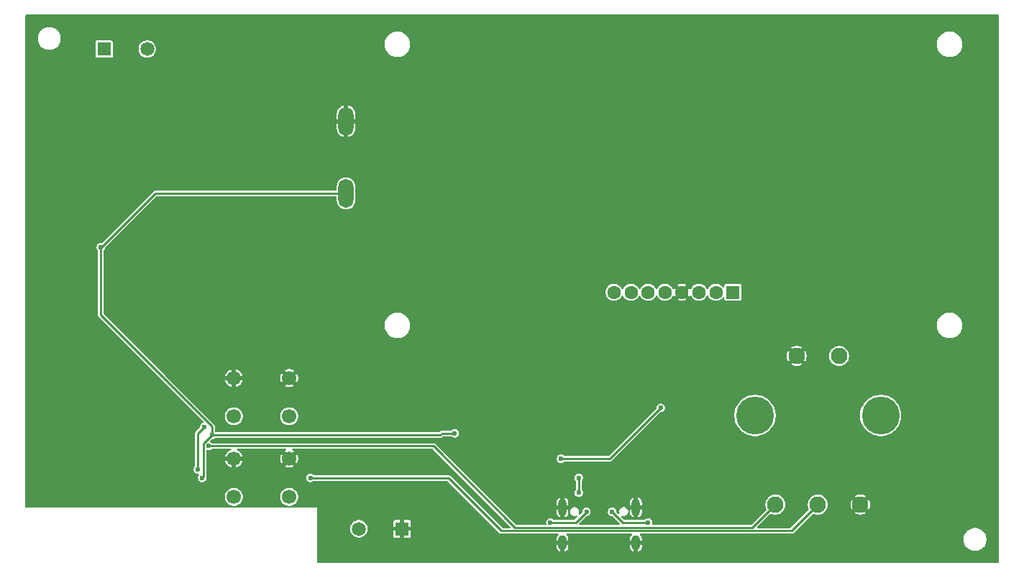
<source format=gbr>
%TF.GenerationSoftware,KiCad,Pcbnew,9.0.5*%
%TF.CreationDate,2025-10-16T17:25:57-04:00*%
%TF.ProjectId,phoenix_v2,70686f65-6e69-4785-9f76-322e6b696361,v3*%
%TF.SameCoordinates,Original*%
%TF.FileFunction,Copper,L2,Bot*%
%TF.FilePolarity,Positive*%
%FSLAX46Y46*%
G04 Gerber Fmt 4.6, Leading zero omitted, Abs format (unit mm)*
G04 Created by KiCad (PCBNEW 9.0.5) date 2025-10-16 17:25:57*
%MOMM*%
%LPD*%
G01*
G04 APERTURE LIST*
%TA.AperFunction,ComponentPad*%
%ADD10C,1.700000*%
%TD*%
%TA.AperFunction,ComponentPad*%
%ADD11R,1.650000X1.650000*%
%TD*%
%TA.AperFunction,ComponentPad*%
%ADD12C,1.650000*%
%TD*%
%TA.AperFunction,HeatsinkPad*%
%ADD13C,0.600000*%
%TD*%
%TA.AperFunction,ComponentPad*%
%ADD14O,1.000000X2.100000*%
%TD*%
%TA.AperFunction,ComponentPad*%
%ADD15O,1.000000X1.800000*%
%TD*%
%TA.AperFunction,ComponentPad*%
%ADD16C,1.950000*%
%TD*%
%TA.AperFunction,ComponentPad*%
%ADD17C,4.460000*%
%TD*%
%TA.AperFunction,ComponentPad*%
%ADD18R,1.600000X1.600000*%
%TD*%
%TA.AperFunction,ComponentPad*%
%ADD19C,1.600000*%
%TD*%
%TA.AperFunction,ComponentPad*%
%ADD20O,1.800000X3.400000*%
%TD*%
%TA.AperFunction,ViaPad*%
%ADD21C,0.600000*%
%TD*%
%TA.AperFunction,Conductor*%
%ADD22C,0.250000*%
%TD*%
G04 APERTURE END LIST*
D10*
%TO.P,SW2,1,1*%
%TO.N,GND*%
X106950000Y-121600000D03*
X113450000Y-121600000D03*
%TO.P,SW2,2,2*%
%TO.N,Net-(U5-IO0)*%
X106950000Y-126100000D03*
X113450000Y-126100000D03*
%TD*%
D11*
%TO.P,J2,1,Pin_1*%
%TO.N,Net-(J2-Pin_1)*%
X91660000Y-73350000D03*
D12*
%TO.P,J2,2,Pin_2*%
%TO.N,Net-(J2-Pin_2)*%
X96740000Y-73350000D03*
%TD*%
D13*
%TO.P,U5,41,GND*%
%TO.N,GND*%
X95600000Y-118840000D03*
X95600000Y-117440000D03*
X94900000Y-119540000D03*
X94900000Y-118140000D03*
X94900000Y-116740000D03*
X94200000Y-118840000D03*
X94200000Y-117440000D03*
X93500000Y-119540000D03*
X93500000Y-118140000D03*
X93500000Y-116740000D03*
X92800000Y-118840000D03*
X92800000Y-117440000D03*
%TD*%
D11*
%TO.P,J3,1,Pin_1*%
%TO.N,GND*%
X126740000Y-129850000D03*
D12*
%TO.P,J3,2,Pin_2*%
%TO.N,/SSR_PWM*%
X121660000Y-129850000D03*
%TD*%
D14*
%TO.P,J1,S1,SHIELD*%
%TO.N,GND*%
X145630000Y-127320000D03*
D15*
X145630000Y-131500000D03*
D14*
X154270000Y-127320000D03*
D15*
X154270000Y-131500000D03*
%TD*%
D16*
%TO.P,SW3,A,A*%
%TO.N,/ENC_A*%
X170700000Y-127000000D03*
%TO.P,SW3,B,B*%
%TO.N,/ENC_B*%
X175700000Y-127000000D03*
%TO.P,SW3,C,C*%
%TO.N,GND*%
X180700000Y-127000000D03*
D17*
%TO.P,SW3,MH1*%
%TO.N,N/C*%
X168300000Y-116500000D03*
%TO.P,SW3,MH2*%
X183100000Y-116500000D03*
D16*
%TO.P,SW3,S1,S1*%
%TO.N,GND*%
X173200000Y-109500000D03*
%TO.P,SW3,S2,S2*%
%TO.N,/ENC_SW*%
X178200000Y-109500000D03*
%TD*%
D10*
%TO.P,SW1,1,1*%
%TO.N,GND*%
X106950000Y-112100000D03*
X113450000Y-112100000D03*
%TO.P,SW1,2,2*%
%TO.N,Net-(U5-EN)*%
X106950000Y-116600000D03*
X113450000Y-116600000D03*
%TD*%
D18*
%TO.P,U1,1,~{RST}*%
%TO.N,/DISPLAY_RST*%
X165700000Y-102000000D03*
D19*
%TO.P,U1,2,SCL*%
%TO.N,/SCL*%
X163700000Y-102000000D03*
%TO.P,U1,3,SDA*%
%TO.N,/SDA*%
X161700000Y-102000000D03*
%TO.P,U1,4,VSS*%
%TO.N,GND*%
X159700000Y-102000000D03*
%TO.P,U1,5,VDD*%
%TO.N,+3.3V*%
X157700000Y-102000000D03*
%TO.P,U1,6,VOUT*%
%TO.N,Net-(U1-VOUT)*%
X155700000Y-102000000D03*
%TO.P,U1,7,C1+*%
%TO.N,Net-(U1-C1+)*%
X153700000Y-102000000D03*
%TO.P,U1,8,C1-*%
%TO.N,Net-(U1-C1-)*%
X151700000Y-102000000D03*
D20*
%TO.P,U1,9,A*%
%TO.N,+3.3V*%
X120150000Y-90350000D03*
%TO.P,U1,10,K*%
%TO.N,GND*%
X120150000Y-81850000D03*
%TD*%
D21*
%TO.N,GND*%
X134450000Y-125100000D03*
X117200000Y-133350000D03*
X144200000Y-131100000D03*
X85950000Y-95100000D03*
X159450000Y-133350000D03*
X155950000Y-127350000D03*
X182200000Y-128600000D03*
X90950000Y-93850000D03*
X96200000Y-126600000D03*
X128700000Y-101850000D03*
X159200000Y-105600000D03*
X118700000Y-79850000D03*
X151700000Y-119600000D03*
X179450000Y-113850000D03*
X94200000Y-82350000D03*
X155450000Y-131100000D03*
X119700000Y-124850000D03*
X160700000Y-98850000D03*
X117200000Y-128850000D03*
X90950000Y-94850000D03*
X143950000Y-127350000D03*
X129200000Y-117100000D03*
X158200000Y-116600000D03*
X95200000Y-105100000D03*
X87450000Y-104850000D03*
X128700000Y-98850000D03*
X148450000Y-124850000D03*
X102950000Y-125850000D03*
X103200000Y-113350000D03*
X85950000Y-92600000D03*
X99200000Y-106600000D03*
X164200000Y-128600000D03*
X96700000Y-75350000D03*
X151700000Y-122350000D03*
X140950000Y-131100000D03*
X105950000Y-124600000D03*
X116450000Y-115850000D03*
X143450000Y-108600000D03*
X128200000Y-131350000D03*
X84200000Y-108100000D03*
X103450000Y-108600000D03*
X103450000Y-111350000D03*
X149450000Y-123850000D03*
X108950000Y-112100000D03*
X155450000Y-108850000D03*
X101200000Y-98850000D03*
X122950000Y-131600000D03*
X138950000Y-120100000D03*
X85700000Y-115850000D03*
X96700000Y-87100000D03*
X99700000Y-114850000D03*
X156200000Y-114600000D03*
X94200000Y-95100000D03*
X174700000Y-111100000D03*
X147200000Y-131350000D03*
X103950000Y-102100000D03*
X121700000Y-83850000D03*
X153450000Y-106850000D03*
X98200000Y-91600000D03*
X147950000Y-117100000D03*
X131450000Y-119850000D03*
X91700000Y-79600000D03*
X135200000Y-128100000D03*
X86200000Y-109850000D03*
X149950000Y-102100000D03*
X130700000Y-101850000D03*
X136700000Y-125100000D03*
X120450000Y-117100000D03*
X85700000Y-125850000D03*
X171700000Y-108100000D03*
X99700000Y-110100000D03*
X107950000Y-122850000D03*
X158700000Y-98850000D03*
X115200000Y-117350000D03*
X160700000Y-103350000D03*
X171950000Y-129100000D03*
X150700000Y-124850000D03*
X137450000Y-128100000D03*
X158950000Y-131100000D03*
X115950000Y-121100000D03*
X117950000Y-122850000D03*
X145700000Y-125100000D03*
X139700000Y-113850000D03*
X112200000Y-122850000D03*
X126700000Y-98850000D03*
X130200000Y-111350000D03*
X114950000Y-122850000D03*
X130200000Y-108600000D03*
X167450000Y-128600000D03*
X94450000Y-105850000D03*
X158700000Y-103350000D03*
X169950000Y-129100000D03*
X179200000Y-125600000D03*
X135200000Y-131350000D03*
X132700000Y-108600000D03*
X86200000Y-113100000D03*
X176950000Y-112850000D03*
X146700000Y-122850000D03*
X134450000Y-119850000D03*
X147450000Y-120100000D03*
X149950000Y-129100000D03*
X139200000Y-124100000D03*
X130700000Y-98850000D03*
X161950000Y-131100000D03*
X108950000Y-121600000D03*
X143450000Y-121350000D03*
X125200000Y-128350000D03*
X150700000Y-116100000D03*
X94200000Y-87850000D03*
X161200000Y-128600000D03*
X96700000Y-89850000D03*
X129200000Y-123100000D03*
X94700000Y-110100000D03*
X152700000Y-131350000D03*
X99700000Y-125600000D03*
X101200000Y-108100000D03*
X134450000Y-122850000D03*
X91700000Y-75350000D03*
X111450000Y-112100000D03*
X105450000Y-120850000D03*
X154200000Y-125100000D03*
X131700000Y-124850000D03*
X129200000Y-113850000D03*
X88950000Y-85850000D03*
X126700000Y-101850000D03*
X132700000Y-111350000D03*
X142200000Y-111350000D03*
X96700000Y-79600000D03*
X99200000Y-84100000D03*
X139700000Y-117350000D03*
%TO.N,+3.3V*%
X104396493Y-118796493D03*
X145450000Y-121600000D03*
X157200000Y-115600000D03*
X132950000Y-118600000D03*
X91262500Y-96712500D03*
X103200000Y-123850000D03*
%TO.N,+5V*%
X147550000Y-123850000D03*
X147550000Y-125600000D03*
%TO.N,/ENC_B*%
X115950000Y-123850000D03*
%TO.N,/ENC_A*%
X103950000Y-120100000D03*
%TO.N,Net-(U5-EN)*%
X102700000Y-122850000D03*
X103450000Y-117850000D03*
%TO.N,Net-(J1-CC2)*%
X151472000Y-127850000D03*
X155700000Y-129100000D03*
%TO.N,Net-(J1-CC1)*%
X144200000Y-129100000D03*
X148450000Y-127850000D03*
%TD*%
D22*
%TO.N,+3.3V*%
X91337500Y-96712500D02*
X97700000Y-90350000D01*
X145450000Y-121600000D02*
X151200000Y-121600000D01*
X97700000Y-90350000D02*
X120150000Y-90350000D01*
X91262500Y-104662500D02*
X91262500Y-96712500D01*
X131253507Y-118796493D02*
X104396493Y-118796493D01*
X132950000Y-118600000D02*
X131450000Y-118600000D01*
X103344000Y-123706000D02*
X103344000Y-119848986D01*
X131450000Y-118600000D02*
X131253507Y-118796493D01*
X103200000Y-123850000D02*
X103344000Y-123706000D01*
X103344000Y-119848986D02*
X104396493Y-118796493D01*
X104396493Y-118796493D02*
X104396493Y-117796493D01*
X104396493Y-117796493D02*
X91262500Y-104662500D01*
X91262500Y-96712500D02*
X91337500Y-96712500D01*
X151200000Y-121600000D02*
X157200000Y-115600000D01*
%TO.N,+5V*%
X147550000Y-123850000D02*
X147550000Y-125600000D01*
%TO.N,/ENC_B*%
X138450000Y-130100000D02*
X172600000Y-130100000D01*
X132200000Y-123850000D02*
X138450000Y-130100000D01*
X115950000Y-123850000D02*
X132200000Y-123850000D01*
X172600000Y-130100000D02*
X175700000Y-127000000D01*
%TO.N,/ENC_A*%
X130450000Y-120100000D02*
X140056000Y-129706000D01*
X140056000Y-129706000D02*
X167994000Y-129706000D01*
X167994000Y-129706000D02*
X170700000Y-127000000D01*
X103950000Y-120100000D02*
X130450000Y-120100000D01*
%TO.N,Net-(U5-EN)*%
X102700000Y-122850000D02*
X102700000Y-118600000D01*
X102700000Y-118600000D02*
X103450000Y-117850000D01*
%TO.N,Net-(J1-CC2)*%
X151472000Y-127850000D02*
X152722000Y-129100000D01*
X152722000Y-129100000D02*
X155700000Y-129100000D01*
%TO.N,Net-(J1-CC1)*%
X148450000Y-127850000D02*
X147200000Y-129100000D01*
X147200000Y-129100000D02*
X144200000Y-129100000D01*
%TD*%
%TA.AperFunction,Conductor*%
%TO.N,GND*%
G36*
X196958691Y-69319407D02*
G01*
X196994655Y-69368907D01*
X196999500Y-69399500D01*
X196999500Y-133800500D01*
X196980593Y-133858691D01*
X196931093Y-133894655D01*
X196900500Y-133899500D01*
X116799000Y-133899500D01*
X116740809Y-133880593D01*
X116704845Y-133831093D01*
X116700000Y-133800500D01*
X116700000Y-129748994D01*
X120634500Y-129748994D01*
X120634500Y-129951005D01*
X120673908Y-130149124D01*
X120673910Y-130149130D01*
X120751213Y-130335755D01*
X120863439Y-130503714D01*
X120863442Y-130503718D01*
X121006282Y-130646558D01*
X121174244Y-130758786D01*
X121360873Y-130836091D01*
X121558997Y-130875500D01*
X121558998Y-130875500D01*
X121761002Y-130875500D01*
X121761003Y-130875500D01*
X121959127Y-130836091D01*
X122145756Y-130758786D01*
X122313718Y-130646558D01*
X122456558Y-130503718D01*
X122568786Y-130335756D01*
X122646091Y-130149127D01*
X122685500Y-129951003D01*
X122685500Y-129748997D01*
X122646091Y-129550873D01*
X122568786Y-129364244D01*
X122456558Y-129196282D01*
X122313718Y-129053442D01*
X122284784Y-129034109D01*
X122241667Y-129005299D01*
X125715000Y-129005299D01*
X125715000Y-129599999D01*
X125715001Y-129600000D01*
X126249252Y-129600000D01*
X126227482Y-129637708D01*
X126190000Y-129777591D01*
X126190000Y-129922409D01*
X126227482Y-130062292D01*
X126249252Y-130100000D01*
X125715001Y-130100000D01*
X125715000Y-130100001D01*
X125715000Y-130694700D01*
X125726603Y-130753036D01*
X125770806Y-130819189D01*
X125770810Y-130819193D01*
X125836963Y-130863396D01*
X125895299Y-130874999D01*
X125895303Y-130875000D01*
X126489999Y-130875000D01*
X126490000Y-130874999D01*
X126490000Y-130340747D01*
X126527708Y-130362518D01*
X126667591Y-130400000D01*
X126812409Y-130400000D01*
X126952292Y-130362518D01*
X126990000Y-130340747D01*
X126990000Y-130874999D01*
X126990001Y-130875000D01*
X127584697Y-130875000D01*
X127584700Y-130874999D01*
X127643036Y-130863396D01*
X127709189Y-130819193D01*
X127709193Y-130819189D01*
X127753396Y-130753036D01*
X127764999Y-130694700D01*
X127765000Y-130694697D01*
X127765000Y-130100001D01*
X127764999Y-130100000D01*
X127230748Y-130100000D01*
X127252518Y-130062292D01*
X127290000Y-129922409D01*
X127290000Y-129777591D01*
X127252518Y-129637708D01*
X127230748Y-129600000D01*
X127764999Y-129600000D01*
X127765000Y-129599999D01*
X127765000Y-129005302D01*
X127764999Y-129005299D01*
X127753396Y-128946963D01*
X127709193Y-128880810D01*
X127709189Y-128880806D01*
X127643036Y-128836603D01*
X127584700Y-128825000D01*
X126990001Y-128825000D01*
X126990000Y-128825001D01*
X126990000Y-129359252D01*
X126952292Y-129337482D01*
X126812409Y-129300000D01*
X126667591Y-129300000D01*
X126527708Y-129337482D01*
X126490000Y-129359252D01*
X126490000Y-128825001D01*
X126489999Y-128825000D01*
X125895299Y-128825000D01*
X125836963Y-128836603D01*
X125770810Y-128880806D01*
X125770806Y-128880810D01*
X125726603Y-128946963D01*
X125715000Y-129005299D01*
X122241667Y-129005299D01*
X122145755Y-128941213D01*
X121959130Y-128863910D01*
X121959124Y-128863908D01*
X121761005Y-128824500D01*
X121761003Y-128824500D01*
X121558997Y-128824500D01*
X121558994Y-128824500D01*
X121360875Y-128863908D01*
X121360869Y-128863910D01*
X121174244Y-128941213D01*
X121006285Y-129053439D01*
X120863439Y-129196285D01*
X120751213Y-129364244D01*
X120673910Y-129550869D01*
X120673908Y-129550875D01*
X120634500Y-129748994D01*
X116700000Y-129748994D01*
X116700000Y-127350001D01*
X116700000Y-127350000D01*
X116699999Y-127350000D01*
X82499500Y-127350000D01*
X82441309Y-127331093D01*
X82405345Y-127281593D01*
X82400500Y-127251000D01*
X82400500Y-125996532D01*
X105899500Y-125996532D01*
X105899500Y-126203467D01*
X105939869Y-126406418D01*
X106019058Y-126597597D01*
X106134020Y-126769651D01*
X106134023Y-126769655D01*
X106280345Y-126915977D01*
X106452402Y-127030941D01*
X106643580Y-127110130D01*
X106846535Y-127150500D01*
X106846536Y-127150500D01*
X107053464Y-127150500D01*
X107053465Y-127150500D01*
X107256420Y-127110130D01*
X107447598Y-127030941D01*
X107619655Y-126915977D01*
X107765977Y-126769655D01*
X107880941Y-126597598D01*
X107960130Y-126406420D01*
X108000500Y-126203465D01*
X108000500Y-125996535D01*
X108000499Y-125996532D01*
X112399500Y-125996532D01*
X112399500Y-126203467D01*
X112439869Y-126406418D01*
X112519058Y-126597597D01*
X112634020Y-126769651D01*
X112634023Y-126769655D01*
X112780345Y-126915977D01*
X112952402Y-127030941D01*
X113143580Y-127110130D01*
X113346535Y-127150500D01*
X113346536Y-127150500D01*
X113553464Y-127150500D01*
X113553465Y-127150500D01*
X113756420Y-127110130D01*
X113947598Y-127030941D01*
X114119655Y-126915977D01*
X114265977Y-126769655D01*
X114380941Y-126597598D01*
X114460130Y-126406420D01*
X114500500Y-126203465D01*
X114500500Y-125996535D01*
X114460130Y-125793580D01*
X114380941Y-125602402D01*
X114265977Y-125430345D01*
X114119655Y-125284023D01*
X114119651Y-125284020D01*
X113947597Y-125169058D01*
X113756418Y-125089869D01*
X113553467Y-125049500D01*
X113553465Y-125049500D01*
X113346535Y-125049500D01*
X113346532Y-125049500D01*
X113143581Y-125089869D01*
X112952402Y-125169058D01*
X112780348Y-125284020D01*
X112634020Y-125430348D01*
X112519058Y-125602402D01*
X112439869Y-125793581D01*
X112399500Y-125996532D01*
X108000499Y-125996532D01*
X107960130Y-125793580D01*
X107880941Y-125602402D01*
X107765977Y-125430345D01*
X107619655Y-125284023D01*
X107619651Y-125284020D01*
X107447597Y-125169058D01*
X107256418Y-125089869D01*
X107053467Y-125049500D01*
X107053465Y-125049500D01*
X106846535Y-125049500D01*
X106846532Y-125049500D01*
X106643581Y-125089869D01*
X106452402Y-125169058D01*
X106280348Y-125284020D01*
X106134020Y-125430348D01*
X106019058Y-125602402D01*
X105939869Y-125793581D01*
X105899500Y-125996532D01*
X82400500Y-125996532D01*
X82400500Y-96646608D01*
X90762000Y-96646608D01*
X90762000Y-96778392D01*
X90762001Y-96778394D01*
X90796109Y-96905690D01*
X90861996Y-97019809D01*
X90861998Y-97019811D01*
X90862000Y-97019814D01*
X90908005Y-97065819D01*
X90935781Y-97120334D01*
X90937000Y-97135821D01*
X90937000Y-104619647D01*
X90937000Y-104705353D01*
X90950432Y-104755482D01*
X90959183Y-104788143D01*
X91002031Y-104862357D01*
X91002032Y-104862358D01*
X91002033Y-104862359D01*
X91002035Y-104862362D01*
X97189673Y-111050000D01*
X103345720Y-117206047D01*
X103373497Y-117260564D01*
X103363926Y-117320996D01*
X103320661Y-117364261D01*
X103301341Y-117371676D01*
X103279591Y-117377504D01*
X103256809Y-117383609D01*
X103142690Y-117449496D01*
X103049496Y-117542690D01*
X102983609Y-117656809D01*
X102949500Y-117784109D01*
X102949500Y-117849165D01*
X102930593Y-117907356D01*
X102920504Y-117919168D01*
X102439535Y-118400137D01*
X102439531Y-118400142D01*
X102396683Y-118474357D01*
X102396681Y-118474362D01*
X102393738Y-118485342D01*
X102393739Y-118485343D01*
X102374500Y-118557147D01*
X102374500Y-122426678D01*
X102355593Y-122484869D01*
X102345504Y-122496681D01*
X102299500Y-122542684D01*
X102299496Y-122542690D01*
X102233609Y-122656809D01*
X102233608Y-122656814D01*
X102199500Y-122784108D01*
X102199500Y-122915892D01*
X102229579Y-123028151D01*
X102233609Y-123043190D01*
X102299496Y-123157309D01*
X102299498Y-123157311D01*
X102299500Y-123157314D01*
X102392686Y-123250500D01*
X102392688Y-123250501D01*
X102392690Y-123250503D01*
X102506810Y-123316390D01*
X102506808Y-123316390D01*
X102506812Y-123316391D01*
X102506814Y-123316392D01*
X102634108Y-123350500D01*
X102634110Y-123350500D01*
X102752679Y-123350500D01*
X102810870Y-123369407D01*
X102846834Y-123418907D01*
X102846834Y-123480093D01*
X102822684Y-123519501D01*
X102799500Y-123542686D01*
X102799497Y-123542689D01*
X102799496Y-123542690D01*
X102733609Y-123656809D01*
X102733608Y-123656814D01*
X102699500Y-123784108D01*
X102699500Y-123915892D01*
X102729579Y-124028151D01*
X102733609Y-124043190D01*
X102799496Y-124157309D01*
X102799498Y-124157311D01*
X102799500Y-124157314D01*
X102892686Y-124250500D01*
X102892688Y-124250501D01*
X102892690Y-124250503D01*
X103006810Y-124316390D01*
X103006808Y-124316390D01*
X103006812Y-124316391D01*
X103006814Y-124316392D01*
X103134108Y-124350500D01*
X103134110Y-124350500D01*
X103265890Y-124350500D01*
X103265892Y-124350500D01*
X103393186Y-124316392D01*
X103393188Y-124316390D01*
X103393190Y-124316390D01*
X103507309Y-124250503D01*
X103507309Y-124250502D01*
X103507314Y-124250500D01*
X103600500Y-124157314D01*
X103666392Y-124043186D01*
X103700500Y-123915892D01*
X103700500Y-123784108D01*
X103672873Y-123681000D01*
X103669500Y-123655378D01*
X103669500Y-120672015D01*
X103688407Y-120613824D01*
X103737907Y-120577860D01*
X103794120Y-120576388D01*
X103884108Y-120600500D01*
X103884110Y-120600500D01*
X104015890Y-120600500D01*
X104015892Y-120600500D01*
X104143186Y-120566392D01*
X104143188Y-120566390D01*
X104143190Y-120566390D01*
X104257309Y-120500503D01*
X104257310Y-120500502D01*
X104257314Y-120500500D01*
X104263907Y-120493907D01*
X104303319Y-120454496D01*
X104357836Y-120426719D01*
X104373322Y-120425500D01*
X106544004Y-120425500D01*
X106602195Y-120444407D01*
X106638159Y-120493907D01*
X106638159Y-120555093D01*
X106602195Y-120604593D01*
X106581890Y-120615964D01*
X106452639Y-120669501D01*
X106452625Y-120669508D01*
X106280670Y-120784405D01*
X106134405Y-120930670D01*
X106019508Y-121102625D01*
X106019501Y-121102639D01*
X105940351Y-121293723D01*
X105940349Y-121293730D01*
X105929157Y-121350000D01*
X106516988Y-121350000D01*
X106484075Y-121407007D01*
X106450000Y-121534174D01*
X106450000Y-121665826D01*
X106484075Y-121792993D01*
X106516988Y-121850000D01*
X105929157Y-121850000D01*
X105940349Y-121906269D01*
X105940351Y-121906276D01*
X106019501Y-122097360D01*
X106019508Y-122097374D01*
X106134405Y-122269329D01*
X106280670Y-122415594D01*
X106452625Y-122530491D01*
X106452639Y-122530498D01*
X106643723Y-122609648D01*
X106643730Y-122609650D01*
X106700000Y-122620842D01*
X106700000Y-122033012D01*
X106757007Y-122065925D01*
X106884174Y-122100000D01*
X107015826Y-122100000D01*
X107142993Y-122065925D01*
X107200000Y-122033012D01*
X107200000Y-122620841D01*
X107256269Y-122609650D01*
X107256276Y-122609648D01*
X107447360Y-122530498D01*
X107447374Y-122530491D01*
X107619329Y-122415594D01*
X107643201Y-122391723D01*
X107765594Y-122269329D01*
X107880491Y-122097374D01*
X107880498Y-122097360D01*
X107959648Y-121906276D01*
X107959650Y-121906269D01*
X107970843Y-121850000D01*
X107383012Y-121850000D01*
X107415925Y-121792993D01*
X107450000Y-121665826D01*
X107450000Y-121534174D01*
X107415925Y-121407007D01*
X107383012Y-121350000D01*
X107970842Y-121350000D01*
X107959650Y-121293730D01*
X107959648Y-121293723D01*
X107880498Y-121102639D01*
X107880491Y-121102625D01*
X107765594Y-120930670D01*
X107619329Y-120784405D01*
X107447374Y-120669508D01*
X107447360Y-120669501D01*
X107318110Y-120615964D01*
X107271585Y-120576227D01*
X107257301Y-120516733D01*
X107280716Y-120460205D01*
X107332885Y-120428235D01*
X107355996Y-120425500D01*
X113044004Y-120425500D01*
X113102195Y-120444407D01*
X113138159Y-120493907D01*
X113138159Y-120555093D01*
X113102195Y-120604593D01*
X113081890Y-120615964D01*
X112952638Y-120669501D01*
X112904931Y-120701377D01*
X113320591Y-121117037D01*
X113257007Y-121134075D01*
X113142993Y-121199901D01*
X113049901Y-121292993D01*
X112984075Y-121407007D01*
X112967037Y-121470591D01*
X112551377Y-121054931D01*
X112519501Y-121102638D01*
X112440349Y-121293727D01*
X112400000Y-121496581D01*
X112400000Y-121703418D01*
X112440349Y-121906272D01*
X112519501Y-122097360D01*
X112519505Y-122097369D01*
X112551377Y-122145067D01*
X112967036Y-121729407D01*
X112984075Y-121792993D01*
X113049901Y-121907007D01*
X113142993Y-122000099D01*
X113257007Y-122065925D01*
X113320590Y-122082962D01*
X112904931Y-122498621D01*
X112952639Y-122530498D01*
X113143727Y-122609650D01*
X113346581Y-122649999D01*
X113346586Y-122650000D01*
X113553414Y-122650000D01*
X113553418Y-122649999D01*
X113756272Y-122609650D01*
X113947359Y-122530499D01*
X113995068Y-122498621D01*
X113579409Y-122082962D01*
X113642993Y-122065925D01*
X113757007Y-122000099D01*
X113850099Y-121907007D01*
X113915925Y-121792993D01*
X113932962Y-121729409D01*
X114348621Y-122145068D01*
X114380499Y-122097359D01*
X114459650Y-121906272D01*
X114499999Y-121703418D01*
X114500000Y-121703413D01*
X114500000Y-121496586D01*
X114499999Y-121496581D01*
X114459650Y-121293727D01*
X114380498Y-121102639D01*
X114348621Y-121054931D01*
X113932962Y-121470590D01*
X113915925Y-121407007D01*
X113850099Y-121292993D01*
X113757007Y-121199901D01*
X113642993Y-121134075D01*
X113579407Y-121117036D01*
X113995067Y-120701377D01*
X113947369Y-120669505D01*
X113947360Y-120669501D01*
X113818110Y-120615964D01*
X113771585Y-120576227D01*
X113757301Y-120516733D01*
X113780716Y-120460205D01*
X113832885Y-120428235D01*
X113855996Y-120425500D01*
X130274165Y-120425500D01*
X130332356Y-120444407D01*
X130344169Y-120454496D01*
X139495169Y-129605496D01*
X139522946Y-129660013D01*
X139513375Y-129720445D01*
X139470110Y-129763710D01*
X139425165Y-129774500D01*
X138625834Y-129774500D01*
X138567643Y-129755593D01*
X138555830Y-129745504D01*
X135502436Y-126692110D01*
X132399862Y-123589535D01*
X132399859Y-123589533D01*
X132399857Y-123589531D01*
X132325642Y-123546683D01*
X132325644Y-123546683D01*
X132293521Y-123538076D01*
X132242853Y-123524500D01*
X132242851Y-123524500D01*
X116373322Y-123524500D01*
X116315131Y-123505593D01*
X116303319Y-123495504D01*
X116257315Y-123449500D01*
X116257309Y-123449496D01*
X116143189Y-123383609D01*
X116143191Y-123383609D01*
X116090187Y-123369407D01*
X116015892Y-123349500D01*
X115884108Y-123349500D01*
X115809813Y-123369407D01*
X115756809Y-123383609D01*
X115642690Y-123449496D01*
X115549496Y-123542690D01*
X115483609Y-123656809D01*
X115483608Y-123656814D01*
X115449500Y-123784108D01*
X115449500Y-123915892D01*
X115479579Y-124028151D01*
X115483609Y-124043190D01*
X115549496Y-124157309D01*
X115549498Y-124157311D01*
X115549500Y-124157314D01*
X115642686Y-124250500D01*
X115642688Y-124250501D01*
X115642690Y-124250503D01*
X115756810Y-124316390D01*
X115756808Y-124316390D01*
X115756812Y-124316391D01*
X115756814Y-124316392D01*
X115884108Y-124350500D01*
X115884110Y-124350500D01*
X116015890Y-124350500D01*
X116015892Y-124350500D01*
X116143186Y-124316392D01*
X116143188Y-124316390D01*
X116143190Y-124316390D01*
X116257309Y-124250503D01*
X116257310Y-124250502D01*
X116257314Y-124250500D01*
X116275500Y-124232314D01*
X116303319Y-124204496D01*
X116357836Y-124176719D01*
X116373322Y-124175500D01*
X132024165Y-124175500D01*
X132082356Y-124194407D01*
X132094169Y-124204496D01*
X138189533Y-130299859D01*
X138189535Y-130299862D01*
X138250138Y-130360465D01*
X138287250Y-130381891D01*
X138294442Y-130386043D01*
X138294444Y-130386045D01*
X138305070Y-130392180D01*
X138324361Y-130403318D01*
X138407147Y-130425501D01*
X138407149Y-130425501D01*
X138498916Y-130425501D01*
X138498932Y-130425500D01*
X145075543Y-130425500D01*
X145133734Y-130444407D01*
X145169698Y-130493907D01*
X145169698Y-130555093D01*
X145145547Y-130594504D01*
X145086271Y-130653779D01*
X145009666Y-130768428D01*
X144956901Y-130895816D01*
X144930000Y-131031055D01*
X144930000Y-131249999D01*
X144930001Y-131250000D01*
X145330000Y-131250000D01*
X145330000Y-131750000D01*
X144930001Y-131750000D01*
X144930000Y-131750001D01*
X144930000Y-131968944D01*
X144956901Y-132104183D01*
X145009666Y-132231571D01*
X145086271Y-132346220D01*
X145183779Y-132443728D01*
X145298421Y-132520329D01*
X145298431Y-132520334D01*
X145379999Y-132554120D01*
X145380000Y-132554120D01*
X145380000Y-132066988D01*
X145389940Y-132084205D01*
X145445795Y-132140060D01*
X145514204Y-132179556D01*
X145590504Y-132200000D01*
X145669496Y-132200000D01*
X145745796Y-132179556D01*
X145814205Y-132140060D01*
X145870060Y-132084205D01*
X145880000Y-132066988D01*
X145880000Y-132554120D01*
X145961568Y-132520334D01*
X145961578Y-132520329D01*
X146076220Y-132443728D01*
X146173728Y-132346220D01*
X146250333Y-132231571D01*
X146303098Y-132104183D01*
X146329999Y-131968944D01*
X146330000Y-131968942D01*
X146330000Y-131750001D01*
X146329999Y-131750000D01*
X145930000Y-131750000D01*
X145930000Y-131250000D01*
X146329999Y-131250000D01*
X146330000Y-131249999D01*
X146330000Y-131031057D01*
X146329999Y-131031055D01*
X146303098Y-130895816D01*
X146250333Y-130768428D01*
X146173728Y-130653779D01*
X146114453Y-130594504D01*
X146086676Y-130539987D01*
X146096247Y-130479555D01*
X146139512Y-130436290D01*
X146184457Y-130425500D01*
X153715543Y-130425500D01*
X153773734Y-130444407D01*
X153809698Y-130493907D01*
X153809698Y-130555093D01*
X153785547Y-130594504D01*
X153726271Y-130653779D01*
X153649666Y-130768428D01*
X153596901Y-130895816D01*
X153570000Y-131031055D01*
X153570000Y-131249999D01*
X153570001Y-131250000D01*
X153970000Y-131250000D01*
X153970000Y-131750000D01*
X153570001Y-131750000D01*
X153570000Y-131750001D01*
X153570000Y-131968944D01*
X153596901Y-132104183D01*
X153649666Y-132231571D01*
X153726271Y-132346220D01*
X153823779Y-132443728D01*
X153938421Y-132520329D01*
X153938431Y-132520334D01*
X154019999Y-132554120D01*
X154020000Y-132554120D01*
X154020000Y-132066988D01*
X154029940Y-132084205D01*
X154085795Y-132140060D01*
X154154204Y-132179556D01*
X154230504Y-132200000D01*
X154309496Y-132200000D01*
X154385796Y-132179556D01*
X154454205Y-132140060D01*
X154510060Y-132084205D01*
X154520000Y-132066988D01*
X154520000Y-132554120D01*
X154601568Y-132520334D01*
X154601578Y-132520329D01*
X154716220Y-132443728D01*
X154813728Y-132346220D01*
X154890333Y-132231571D01*
X154943098Y-132104183D01*
X154969999Y-131968944D01*
X154970000Y-131968942D01*
X154970000Y-131750001D01*
X154969999Y-131750000D01*
X154570000Y-131750000D01*
X154570000Y-131250000D01*
X154969999Y-131250000D01*
X154970000Y-131249999D01*
X154970000Y-131031057D01*
X154969999Y-131031055D01*
X154965640Y-131009138D01*
X154965640Y-131009137D01*
X154962571Y-130993709D01*
X192849500Y-130993709D01*
X192849500Y-131206290D01*
X192882752Y-131416238D01*
X192948443Y-131618412D01*
X193044948Y-131807815D01*
X193044950Y-131807819D01*
X193169891Y-131979786D01*
X193169893Y-131979788D01*
X193169896Y-131979792D01*
X193320208Y-132130104D01*
X193320211Y-132130106D01*
X193320213Y-132130108D01*
X193492180Y-132255049D01*
X193492184Y-132255051D01*
X193681588Y-132351557D01*
X193883757Y-132417246D01*
X193883758Y-132417246D01*
X193883761Y-132417247D01*
X194093710Y-132450500D01*
X194093713Y-132450500D01*
X194306290Y-132450500D01*
X194516238Y-132417247D01*
X194516239Y-132417246D01*
X194516243Y-132417246D01*
X194718412Y-132351557D01*
X194907816Y-132255051D01*
X195079792Y-132130104D01*
X195230104Y-131979792D01*
X195355051Y-131807816D01*
X195451557Y-131618412D01*
X195517246Y-131416243D01*
X195517247Y-131416238D01*
X195550500Y-131206290D01*
X195550500Y-130993709D01*
X195517247Y-130783761D01*
X195488309Y-130694700D01*
X195451557Y-130581588D01*
X195355051Y-130392184D01*
X195355049Y-130392180D01*
X195230108Y-130220213D01*
X195230106Y-130220211D01*
X195230104Y-130220208D01*
X195079792Y-130069896D01*
X195079788Y-130069893D01*
X195079786Y-130069891D01*
X194907819Y-129944950D01*
X194907815Y-129944948D01*
X194718412Y-129848443D01*
X194516238Y-129782752D01*
X194306290Y-129749500D01*
X194306287Y-129749500D01*
X194093713Y-129749500D01*
X194093710Y-129749500D01*
X193883761Y-129782752D01*
X193681587Y-129848443D01*
X193492184Y-129944948D01*
X193492180Y-129944950D01*
X193320213Y-130069891D01*
X193169891Y-130220213D01*
X193044950Y-130392180D01*
X193044948Y-130392184D01*
X192948443Y-130581587D01*
X192882752Y-130783761D01*
X192849500Y-130993709D01*
X154962571Y-130993709D01*
X154943098Y-130895818D01*
X154943098Y-130895816D01*
X154890333Y-130768428D01*
X154813728Y-130653779D01*
X154754453Y-130594504D01*
X154726676Y-130539987D01*
X154736247Y-130479555D01*
X154779512Y-130436290D01*
X154824457Y-130425500D01*
X172642851Y-130425500D01*
X172642853Y-130425500D01*
X172725639Y-130403318D01*
X172725641Y-130403316D01*
X172725643Y-130403316D01*
X172799857Y-130360468D01*
X172799857Y-130360467D01*
X172799862Y-130360465D01*
X175080109Y-128080216D01*
X175134624Y-128052441D01*
X175195054Y-128062011D01*
X175248765Y-128089379D01*
X175424736Y-128146555D01*
X175492634Y-128157309D01*
X175607483Y-128175500D01*
X175607486Y-128175500D01*
X175792517Y-128175500D01*
X175883889Y-128161027D01*
X175975264Y-128146555D01*
X176151235Y-128089379D01*
X176316096Y-128005378D01*
X176465787Y-127896621D01*
X176596621Y-127765787D01*
X176705378Y-127616096D01*
X176789379Y-127451235D01*
X176846555Y-127275264D01*
X176875500Y-127092514D01*
X176875500Y-126907522D01*
X179525000Y-126907522D01*
X179525000Y-127092477D01*
X179553932Y-127275143D01*
X179611084Y-127451041D01*
X179695046Y-127615827D01*
X179695051Y-127615835D01*
X179710014Y-127636429D01*
X180098957Y-127247486D01*
X180123978Y-127307890D01*
X180195112Y-127414351D01*
X180285649Y-127504888D01*
X180392110Y-127576022D01*
X180452510Y-127601041D01*
X180063568Y-127989984D01*
X180084164Y-128004948D01*
X180084172Y-128004953D01*
X180248958Y-128088915D01*
X180424856Y-128146067D01*
X180607523Y-128175000D01*
X180792477Y-128175000D01*
X180975143Y-128146067D01*
X181151041Y-128088915D01*
X181315837Y-128004947D01*
X181336430Y-127989984D01*
X180947487Y-127601041D01*
X181007890Y-127576022D01*
X181114351Y-127504888D01*
X181204888Y-127414351D01*
X181276022Y-127307890D01*
X181301041Y-127247487D01*
X181689984Y-127636430D01*
X181704947Y-127615837D01*
X181788915Y-127451041D01*
X181846067Y-127275143D01*
X181875000Y-127092477D01*
X181875000Y-126907522D01*
X181846067Y-126724856D01*
X181788915Y-126548958D01*
X181704953Y-126384172D01*
X181704948Y-126384164D01*
X181689984Y-126363568D01*
X181301041Y-126752510D01*
X181276022Y-126692110D01*
X181204888Y-126585649D01*
X181114351Y-126495112D01*
X181007890Y-126423978D01*
X180947486Y-126398957D01*
X181336430Y-126010014D01*
X181315835Y-125995051D01*
X181315827Y-125995046D01*
X181151041Y-125911084D01*
X180975143Y-125853932D01*
X180792477Y-125825000D01*
X180607523Y-125825000D01*
X180424856Y-125853932D01*
X180248958Y-125911084D01*
X180084168Y-125995048D01*
X180063568Y-126010014D01*
X180452512Y-126398958D01*
X180392110Y-126423978D01*
X180285649Y-126495112D01*
X180195112Y-126585649D01*
X180123978Y-126692110D01*
X180098958Y-126752512D01*
X179710014Y-126363568D01*
X179695048Y-126384168D01*
X179611084Y-126548958D01*
X179553932Y-126724856D01*
X179525000Y-126907522D01*
X176875500Y-126907522D01*
X176875500Y-126907486D01*
X176875500Y-126907482D01*
X176856203Y-126785652D01*
X176846555Y-126724736D01*
X176789379Y-126548765D01*
X176705378Y-126383904D01*
X176596621Y-126234213D01*
X176465787Y-126103379D01*
X176316096Y-125994622D01*
X176316095Y-125994621D01*
X176316093Y-125994620D01*
X176151233Y-125910620D01*
X175975261Y-125853444D01*
X175792517Y-125824500D01*
X175792514Y-125824500D01*
X175607486Y-125824500D01*
X175607483Y-125824500D01*
X175424738Y-125853444D01*
X175248766Y-125910620D01*
X175083906Y-125994620D01*
X174934214Y-126103378D01*
X174803378Y-126234214D01*
X174694620Y-126383906D01*
X174610620Y-126548766D01*
X174553444Y-126724738D01*
X174524500Y-126907482D01*
X174524500Y-127092517D01*
X174553444Y-127275261D01*
X174610620Y-127451233D01*
X174637986Y-127504942D01*
X174647557Y-127565374D01*
X174619780Y-127619891D01*
X172494169Y-129745504D01*
X172439652Y-129773281D01*
X172424165Y-129774500D01*
X168624835Y-129774500D01*
X168566644Y-129755593D01*
X168530680Y-129706093D01*
X168530680Y-129644907D01*
X168554831Y-129605496D01*
X168909420Y-129250907D01*
X170080109Y-128080216D01*
X170134624Y-128052441D01*
X170195054Y-128062011D01*
X170248765Y-128089379D01*
X170424736Y-128146555D01*
X170492634Y-128157309D01*
X170607483Y-128175500D01*
X170607486Y-128175500D01*
X170792517Y-128175500D01*
X170883889Y-128161027D01*
X170975264Y-128146555D01*
X171151235Y-128089379D01*
X171316096Y-128005378D01*
X171465787Y-127896621D01*
X171596621Y-127765787D01*
X171705378Y-127616096D01*
X171789379Y-127451235D01*
X171846555Y-127275264D01*
X171875500Y-127092514D01*
X171875500Y-126907486D01*
X171875500Y-126907482D01*
X171856203Y-126785652D01*
X171846555Y-126724736D01*
X171789379Y-126548765D01*
X171705378Y-126383904D01*
X171596621Y-126234213D01*
X171465787Y-126103379D01*
X171316096Y-125994622D01*
X171316095Y-125994621D01*
X171316093Y-125994620D01*
X171151233Y-125910620D01*
X170975261Y-125853444D01*
X170792517Y-125824500D01*
X170792514Y-125824500D01*
X170607486Y-125824500D01*
X170607483Y-125824500D01*
X170424738Y-125853444D01*
X170248766Y-125910620D01*
X170083906Y-125994620D01*
X169934214Y-126103378D01*
X169803378Y-126234214D01*
X169694620Y-126383906D01*
X169610620Y-126548766D01*
X169553444Y-126724738D01*
X169524500Y-126907482D01*
X169524500Y-127092517D01*
X169553444Y-127275261D01*
X169610620Y-127451233D01*
X169637986Y-127504942D01*
X169647557Y-127565374D01*
X169619780Y-127619891D01*
X167888169Y-129351504D01*
X167833652Y-129379281D01*
X167818165Y-129380500D01*
X156272015Y-129380500D01*
X156213824Y-129361593D01*
X156177860Y-129312093D01*
X156176388Y-129255879D01*
X156200500Y-129165892D01*
X156200500Y-129034108D01*
X156166392Y-128906814D01*
X156166390Y-128906811D01*
X156166390Y-128906809D01*
X156100503Y-128792690D01*
X156100501Y-128792688D01*
X156100500Y-128792686D01*
X156007314Y-128699500D01*
X156007311Y-128699498D01*
X156007309Y-128699496D01*
X155893189Y-128633609D01*
X155893191Y-128633609D01*
X155843799Y-128620375D01*
X155765892Y-128599500D01*
X155634108Y-128599500D01*
X155556200Y-128620375D01*
X155506809Y-128633609D01*
X155392690Y-128699496D01*
X155392684Y-128699500D01*
X155346681Y-128745504D01*
X155292164Y-128773281D01*
X155276678Y-128774500D01*
X152897835Y-128774500D01*
X152839644Y-128755593D01*
X152827831Y-128745504D01*
X152563541Y-128481214D01*
X152535764Y-128426697D01*
X152545335Y-128366265D01*
X152588600Y-128323000D01*
X152649032Y-128313429D01*
X152659151Y-128315579D01*
X152770817Y-128345500D01*
X152770819Y-128345500D01*
X152909181Y-128345500D01*
X152909183Y-128345500D01*
X153042836Y-128309688D01*
X153162665Y-128240505D01*
X153260505Y-128142665D01*
X153329688Y-128022836D01*
X153365500Y-127889183D01*
X153365500Y-127750817D01*
X153329688Y-127617164D01*
X153329687Y-127617162D01*
X153307361Y-127578492D01*
X153307360Y-127578490D01*
X153260506Y-127497337D01*
X153260505Y-127497335D01*
X153162665Y-127399495D01*
X153042836Y-127330312D01*
X152909183Y-127294500D01*
X152770817Y-127294500D01*
X152637164Y-127330312D01*
X152517335Y-127399495D01*
X152419495Y-127497335D01*
X152350312Y-127617164D01*
X152314500Y-127750817D01*
X152314500Y-127795711D01*
X152314500Y-127889183D01*
X152344416Y-128000831D01*
X152341213Y-128061933D01*
X152302708Y-128109483D01*
X152243607Y-128125318D01*
X152186486Y-128103391D01*
X152178785Y-128096458D01*
X152001496Y-127919169D01*
X151973719Y-127864652D01*
X151972500Y-127849165D01*
X151972500Y-127784109D01*
X151967590Y-127765785D01*
X151938392Y-127656814D01*
X151938390Y-127656811D01*
X151938390Y-127656809D01*
X151872503Y-127542690D01*
X151872501Y-127542688D01*
X151872500Y-127542686D01*
X151779314Y-127449500D01*
X151779311Y-127449498D01*
X151779309Y-127449496D01*
X151665189Y-127383609D01*
X151665191Y-127383609D01*
X151615799Y-127370375D01*
X151537892Y-127349500D01*
X151406108Y-127349500D01*
X151328200Y-127370375D01*
X151278809Y-127383609D01*
X151164690Y-127449496D01*
X151071496Y-127542690D01*
X151005609Y-127656809D01*
X151005608Y-127656814D01*
X150971500Y-127784108D01*
X150971500Y-127915892D01*
X150995478Y-128005379D01*
X151005609Y-128043190D01*
X151071496Y-128157309D01*
X151071498Y-128157311D01*
X151071500Y-128157314D01*
X151164686Y-128250500D01*
X151164688Y-128250501D01*
X151164690Y-128250503D01*
X151278810Y-128316390D01*
X151278808Y-128316390D01*
X151278812Y-128316391D01*
X151278814Y-128316392D01*
X151406108Y-128350500D01*
X151471165Y-128350500D01*
X151529356Y-128369407D01*
X151541169Y-128379496D01*
X152373171Y-129211498D01*
X152400947Y-129266013D01*
X152391376Y-129326445D01*
X152348111Y-129369710D01*
X152303166Y-129380500D01*
X147618834Y-129380500D01*
X147560643Y-129361593D01*
X147524679Y-129312093D01*
X147524679Y-129250907D01*
X147548828Y-129211498D01*
X148380831Y-128379496D01*
X148435348Y-128351719D01*
X148450835Y-128350500D01*
X148515890Y-128350500D01*
X148515892Y-128350500D01*
X148643186Y-128316392D01*
X148643188Y-128316390D01*
X148643190Y-128316390D01*
X148757309Y-128250503D01*
X148757309Y-128250502D01*
X148757314Y-128250500D01*
X148850500Y-128157314D01*
X148856712Y-128146555D01*
X148916390Y-128043190D01*
X148916390Y-128043188D01*
X148916392Y-128043186D01*
X148950500Y-127915892D01*
X148950500Y-127784108D01*
X148916392Y-127656814D01*
X148916390Y-127656811D01*
X148916390Y-127656809D01*
X148850503Y-127542690D01*
X148850501Y-127542688D01*
X148850500Y-127542686D01*
X148757314Y-127449500D01*
X148757311Y-127449498D01*
X148757309Y-127449496D01*
X148643189Y-127383609D01*
X148643191Y-127383609D01*
X148593799Y-127370375D01*
X148515892Y-127349500D01*
X148384108Y-127349500D01*
X148306200Y-127370375D01*
X148256809Y-127383609D01*
X148142690Y-127449496D01*
X148049496Y-127542690D01*
X147983609Y-127656809D01*
X147949500Y-127784109D01*
X147949500Y-127849165D01*
X147930593Y-127907356D01*
X147920503Y-127919169D01*
X147712716Y-128126955D01*
X147658200Y-128154732D01*
X147597768Y-128145161D01*
X147554503Y-128101896D01*
X147544932Y-128041464D01*
X147548390Y-128029206D01*
X147548008Y-128029104D01*
X147549687Y-128022837D01*
X147549688Y-128022836D01*
X147585500Y-127889183D01*
X147585500Y-127750817D01*
X147549688Y-127617164D01*
X147480505Y-127497335D01*
X147382665Y-127399495D01*
X147262836Y-127330312D01*
X147129183Y-127294500D01*
X146990817Y-127294500D01*
X146857164Y-127330312D01*
X146737335Y-127399495D01*
X146639495Y-127497335D01*
X146570312Y-127617164D01*
X146534500Y-127750817D01*
X146534500Y-127795711D01*
X146534500Y-127889183D01*
X146570312Y-128022836D01*
X146639495Y-128142665D01*
X146737335Y-128240505D01*
X146857164Y-128309688D01*
X146990817Y-128345500D01*
X146990819Y-128345500D01*
X147129181Y-128345500D01*
X147129183Y-128345500D01*
X147262836Y-128309688D01*
X147262837Y-128309687D01*
X147269104Y-128308008D01*
X147269748Y-128310413D01*
X147320033Y-128306441D01*
X147372212Y-128338395D01*
X147395643Y-128394916D01*
X147381378Y-128454415D01*
X147366955Y-128472716D01*
X147094169Y-128745503D01*
X147039652Y-128773281D01*
X147024165Y-128774500D01*
X144623322Y-128774500D01*
X144565131Y-128755593D01*
X144553319Y-128745504D01*
X144507315Y-128699500D01*
X144507309Y-128699496D01*
X144393189Y-128633609D01*
X144393191Y-128633609D01*
X144343799Y-128620375D01*
X144265892Y-128599500D01*
X144134108Y-128599500D01*
X144056200Y-128620375D01*
X144006809Y-128633609D01*
X143892690Y-128699496D01*
X143799496Y-128792690D01*
X143733609Y-128906809D01*
X143722850Y-128946963D01*
X143699500Y-129034108D01*
X143699500Y-129165892D01*
X143723611Y-129255879D01*
X143720409Y-129316978D01*
X143681904Y-129364528D01*
X143627985Y-129380500D01*
X140231835Y-129380500D01*
X140173644Y-129361593D01*
X140161831Y-129351504D01*
X137576523Y-126766196D01*
X137511382Y-126701055D01*
X144930000Y-126701055D01*
X144930000Y-127069999D01*
X144930001Y-127070000D01*
X145330000Y-127070000D01*
X145330000Y-127570000D01*
X144930001Y-127570000D01*
X144930000Y-127570001D01*
X144930000Y-127938944D01*
X144956901Y-128074183D01*
X145009666Y-128201571D01*
X145086271Y-128316220D01*
X145183779Y-128413728D01*
X145298421Y-128490329D01*
X145298431Y-128490334D01*
X145379999Y-128524120D01*
X145380000Y-128524120D01*
X145380000Y-128036988D01*
X145389940Y-128054205D01*
X145445795Y-128110060D01*
X145514204Y-128149556D01*
X145590504Y-128170000D01*
X145669496Y-128170000D01*
X145745796Y-128149556D01*
X145814205Y-128110060D01*
X145870060Y-128054205D01*
X145880000Y-128036988D01*
X145880000Y-128524120D01*
X145961568Y-128490334D01*
X145961578Y-128490329D01*
X146076220Y-128413728D01*
X146173728Y-128316220D01*
X146250333Y-128201571D01*
X146303098Y-128074183D01*
X146329999Y-127938944D01*
X146330000Y-127938942D01*
X146330000Y-127570001D01*
X146329999Y-127570000D01*
X145930000Y-127570000D01*
X145930000Y-127070000D01*
X146329999Y-127070000D01*
X146330000Y-127069999D01*
X146330000Y-126701057D01*
X146329999Y-126701055D01*
X153570000Y-126701055D01*
X153570000Y-127069999D01*
X153570001Y-127070000D01*
X153970000Y-127070000D01*
X153970000Y-127570000D01*
X153570001Y-127570000D01*
X153570000Y-127570001D01*
X153570000Y-127938944D01*
X153596901Y-128074183D01*
X153649666Y-128201571D01*
X153726271Y-128316220D01*
X153823779Y-128413728D01*
X153938421Y-128490329D01*
X153938431Y-128490334D01*
X154019999Y-128524120D01*
X154020000Y-128524120D01*
X154020000Y-128036988D01*
X154029940Y-128054205D01*
X154085795Y-128110060D01*
X154154204Y-128149556D01*
X154230504Y-128170000D01*
X154309496Y-128170000D01*
X154385796Y-128149556D01*
X154454205Y-128110060D01*
X154510060Y-128054205D01*
X154520000Y-128036988D01*
X154520000Y-128524120D01*
X154601568Y-128490334D01*
X154601578Y-128490329D01*
X154716220Y-128413728D01*
X154813728Y-128316220D01*
X154890333Y-128201571D01*
X154943098Y-128074183D01*
X154969999Y-127938944D01*
X154970000Y-127938942D01*
X154970000Y-127570001D01*
X154969999Y-127570000D01*
X154570000Y-127570000D01*
X154570000Y-127070000D01*
X154969999Y-127070000D01*
X154970000Y-127069999D01*
X154970000Y-126701057D01*
X154969999Y-126701055D01*
X154943098Y-126565816D01*
X154890333Y-126438428D01*
X154813728Y-126323779D01*
X154716220Y-126226271D01*
X154601571Y-126149666D01*
X154520000Y-126115878D01*
X154520000Y-126603011D01*
X154510060Y-126585795D01*
X154454205Y-126529940D01*
X154385796Y-126490444D01*
X154309496Y-126470000D01*
X154230504Y-126470000D01*
X154154204Y-126490444D01*
X154085795Y-126529940D01*
X154029940Y-126585795D01*
X154020000Y-126603011D01*
X154020000Y-126115879D01*
X154019999Y-126115878D01*
X153938428Y-126149666D01*
X153823779Y-126226271D01*
X153726271Y-126323779D01*
X153649666Y-126438428D01*
X153596901Y-126565816D01*
X153570000Y-126701055D01*
X146329999Y-126701055D01*
X146303098Y-126565816D01*
X146250333Y-126438428D01*
X146173728Y-126323779D01*
X146076220Y-126226271D01*
X145961571Y-126149666D01*
X145880000Y-126115878D01*
X145880000Y-126603011D01*
X145870060Y-126585795D01*
X145814205Y-126529940D01*
X145745796Y-126490444D01*
X145669496Y-126470000D01*
X145590504Y-126470000D01*
X145514204Y-126490444D01*
X145445795Y-126529940D01*
X145389940Y-126585795D01*
X145380000Y-126603011D01*
X145380000Y-126115879D01*
X145379999Y-126115878D01*
X145298428Y-126149666D01*
X145183779Y-126226271D01*
X145086271Y-126323779D01*
X145009666Y-126438428D01*
X144956901Y-126565816D01*
X144930000Y-126701055D01*
X137511382Y-126701055D01*
X136217136Y-125406809D01*
X134594435Y-123784108D01*
X147049500Y-123784108D01*
X147049500Y-123915892D01*
X147079579Y-124028151D01*
X147083609Y-124043190D01*
X147149496Y-124157309D01*
X147149498Y-124157311D01*
X147149500Y-124157314D01*
X147195505Y-124203319D01*
X147223281Y-124257834D01*
X147224500Y-124273321D01*
X147224500Y-125176678D01*
X147205593Y-125234869D01*
X147195504Y-125246681D01*
X147149500Y-125292684D01*
X147149496Y-125292690D01*
X147083609Y-125406809D01*
X147083608Y-125406814D01*
X147049500Y-125534108D01*
X147049500Y-125665892D01*
X147079579Y-125778151D01*
X147083609Y-125793190D01*
X147149496Y-125907309D01*
X147149498Y-125907311D01*
X147149500Y-125907314D01*
X147242686Y-126000500D01*
X147242688Y-126000501D01*
X147242690Y-126000503D01*
X147356810Y-126066390D01*
X147356808Y-126066390D01*
X147356812Y-126066391D01*
X147356814Y-126066392D01*
X147484108Y-126100500D01*
X147484110Y-126100500D01*
X147615890Y-126100500D01*
X147615892Y-126100500D01*
X147743186Y-126066392D01*
X147743188Y-126066390D01*
X147743190Y-126066390D01*
X147857309Y-126000503D01*
X147857309Y-126000502D01*
X147857314Y-126000500D01*
X147950500Y-125907314D01*
X147981320Y-125853932D01*
X148016390Y-125793190D01*
X148016390Y-125793188D01*
X148016392Y-125793186D01*
X148050500Y-125665892D01*
X148050500Y-125534108D01*
X148016392Y-125406814D01*
X148016390Y-125406811D01*
X148016390Y-125406809D01*
X147950503Y-125292690D01*
X147950499Y-125292684D01*
X147904496Y-125246681D01*
X147876719Y-125192164D01*
X147875500Y-125176678D01*
X147875500Y-124273321D01*
X147894407Y-124215130D01*
X147904490Y-124203323D01*
X147950500Y-124157314D01*
X148016392Y-124043186D01*
X148050500Y-123915892D01*
X148050500Y-123784108D01*
X148016392Y-123656814D01*
X148016390Y-123656811D01*
X148016390Y-123656809D01*
X147950503Y-123542690D01*
X147950501Y-123542688D01*
X147950500Y-123542686D01*
X147857314Y-123449500D01*
X147857311Y-123449498D01*
X147857309Y-123449496D01*
X147743189Y-123383609D01*
X147743191Y-123383609D01*
X147690187Y-123369407D01*
X147615892Y-123349500D01*
X147484108Y-123349500D01*
X147409813Y-123369407D01*
X147356809Y-123383609D01*
X147242690Y-123449496D01*
X147149496Y-123542690D01*
X147083609Y-123656809D01*
X147083608Y-123656814D01*
X147049500Y-123784108D01*
X134594435Y-123784108D01*
X132344435Y-121534108D01*
X144949500Y-121534108D01*
X144949500Y-121665892D01*
X144959554Y-121703413D01*
X144983609Y-121793190D01*
X145049496Y-121907309D01*
X145049498Y-121907311D01*
X145049500Y-121907314D01*
X145142686Y-122000500D01*
X145142688Y-122000501D01*
X145142690Y-122000503D01*
X145256810Y-122066390D01*
X145256808Y-122066390D01*
X145256812Y-122066391D01*
X145256814Y-122066392D01*
X145384108Y-122100500D01*
X145384110Y-122100500D01*
X145515890Y-122100500D01*
X145515892Y-122100500D01*
X145643186Y-122066392D01*
X145643188Y-122066390D01*
X145643190Y-122066390D01*
X145757309Y-122000503D01*
X145757310Y-122000502D01*
X145757314Y-122000500D01*
X145757715Y-122000099D01*
X145803319Y-121954496D01*
X145857836Y-121926719D01*
X145873322Y-121925500D01*
X151242851Y-121925500D01*
X151242853Y-121925500D01*
X151325639Y-121903318D01*
X151325641Y-121903316D01*
X151325643Y-121903316D01*
X151399857Y-121860468D01*
X151399857Y-121860467D01*
X151399862Y-121860465D01*
X156896823Y-116363504D01*
X165869500Y-116363504D01*
X165869500Y-116636495D01*
X165900064Y-116907763D01*
X165960810Y-117173912D01*
X166050971Y-117431576D01*
X166050972Y-117431578D01*
X166169409Y-117677516D01*
X166169413Y-117677523D01*
X166169417Y-117677531D01*
X166314656Y-117908677D01*
X166484861Y-118122107D01*
X166677893Y-118315139D01*
X166891323Y-118485344D01*
X167122469Y-118630583D01*
X167122480Y-118630588D01*
X167122483Y-118630590D01*
X167195785Y-118665890D01*
X167368422Y-118749028D01*
X167488705Y-118791116D01*
X167626087Y-118839189D01*
X167626090Y-118839189D01*
X167626091Y-118839190D01*
X167892235Y-118899935D01*
X168163506Y-118930500D01*
X168163507Y-118930500D01*
X168436493Y-118930500D01*
X168436494Y-118930500D01*
X168707765Y-118899935D01*
X168973909Y-118839190D01*
X169231578Y-118749028D01*
X169477531Y-118630583D01*
X169708677Y-118485344D01*
X169922107Y-118315139D01*
X170115139Y-118122107D01*
X170285344Y-117908677D01*
X170430583Y-117677531D01*
X170549028Y-117431578D01*
X170639190Y-117173909D01*
X170699935Y-116907765D01*
X170730500Y-116636494D01*
X170730500Y-116363506D01*
X170730500Y-116363504D01*
X180669500Y-116363504D01*
X180669500Y-116636495D01*
X180700064Y-116907763D01*
X180760810Y-117173912D01*
X180850971Y-117431576D01*
X180850972Y-117431578D01*
X180969409Y-117677516D01*
X180969413Y-117677523D01*
X180969417Y-117677531D01*
X181114656Y-117908677D01*
X181284861Y-118122107D01*
X181477893Y-118315139D01*
X181691323Y-118485344D01*
X181922469Y-118630583D01*
X181922480Y-118630588D01*
X181922483Y-118630590D01*
X181995785Y-118665890D01*
X182168422Y-118749028D01*
X182288705Y-118791116D01*
X182426087Y-118839189D01*
X182426090Y-118839189D01*
X182426091Y-118839190D01*
X182692235Y-118899935D01*
X182963506Y-118930500D01*
X182963507Y-118930500D01*
X183236493Y-118930500D01*
X183236494Y-118930500D01*
X183507765Y-118899935D01*
X183773909Y-118839190D01*
X184031578Y-118749028D01*
X184277531Y-118630583D01*
X184508677Y-118485344D01*
X184722107Y-118315139D01*
X184915139Y-118122107D01*
X185085344Y-117908677D01*
X185230583Y-117677531D01*
X185349028Y-117431578D01*
X185439190Y-117173909D01*
X185499935Y-116907765D01*
X185530500Y-116636494D01*
X185530500Y-116363506D01*
X185499935Y-116092235D01*
X185439190Y-115826091D01*
X185427677Y-115793190D01*
X185356533Y-115589870D01*
X185349028Y-115568422D01*
X185230583Y-115322469D01*
X185085344Y-115091323D01*
X184915139Y-114877893D01*
X184722107Y-114684861D01*
X184508677Y-114514656D01*
X184277531Y-114369417D01*
X184277523Y-114369413D01*
X184277516Y-114369409D01*
X184031578Y-114250972D01*
X184031576Y-114250971D01*
X183773912Y-114160810D01*
X183507763Y-114100064D01*
X183236495Y-114069500D01*
X183236494Y-114069500D01*
X182963506Y-114069500D01*
X182963504Y-114069500D01*
X182692236Y-114100064D01*
X182426087Y-114160810D01*
X182168423Y-114250971D01*
X182168421Y-114250972D01*
X181922483Y-114369409D01*
X181922471Y-114369416D01*
X181691322Y-114514656D01*
X181477894Y-114684860D01*
X181284860Y-114877894D01*
X181114656Y-115091322D01*
X181046686Y-115199496D01*
X180988129Y-115292690D01*
X180969416Y-115322471D01*
X180969409Y-115322483D01*
X180850972Y-115568421D01*
X180850971Y-115568423D01*
X180760810Y-115826087D01*
X180700064Y-116092236D01*
X180669500Y-116363504D01*
X170730500Y-116363504D01*
X170699935Y-116092235D01*
X170639190Y-115826091D01*
X170627677Y-115793190D01*
X170556533Y-115589870D01*
X170549028Y-115568422D01*
X170430583Y-115322469D01*
X170285344Y-115091323D01*
X170115139Y-114877893D01*
X169922107Y-114684861D01*
X169708677Y-114514656D01*
X169477531Y-114369417D01*
X169477523Y-114369413D01*
X169477516Y-114369409D01*
X169231578Y-114250972D01*
X169231576Y-114250971D01*
X168973912Y-114160810D01*
X168707763Y-114100064D01*
X168436495Y-114069500D01*
X168436494Y-114069500D01*
X168163506Y-114069500D01*
X168163504Y-114069500D01*
X167892236Y-114100064D01*
X167626087Y-114160810D01*
X167368423Y-114250971D01*
X167368421Y-114250972D01*
X167122483Y-114369409D01*
X167122471Y-114369416D01*
X166891322Y-114514656D01*
X166677894Y-114684860D01*
X166484860Y-114877894D01*
X166314656Y-115091322D01*
X166246686Y-115199496D01*
X166188129Y-115292690D01*
X166169416Y-115322471D01*
X166169409Y-115322483D01*
X166050972Y-115568421D01*
X166050971Y-115568423D01*
X165960810Y-115826087D01*
X165900064Y-116092236D01*
X165869500Y-116363504D01*
X156896823Y-116363504D01*
X157130831Y-116129496D01*
X157185348Y-116101719D01*
X157200835Y-116100500D01*
X157265890Y-116100500D01*
X157265892Y-116100500D01*
X157393186Y-116066392D01*
X157393188Y-116066390D01*
X157393190Y-116066390D01*
X157507309Y-116000503D01*
X157507309Y-116000502D01*
X157507314Y-116000500D01*
X157600500Y-115907314D01*
X157666392Y-115793186D01*
X157700500Y-115665892D01*
X157700500Y-115534108D01*
X157666392Y-115406814D01*
X157666390Y-115406811D01*
X157666390Y-115406809D01*
X157600503Y-115292690D01*
X157600501Y-115292688D01*
X157600500Y-115292686D01*
X157507314Y-115199500D01*
X157507311Y-115199498D01*
X157507309Y-115199496D01*
X157393189Y-115133609D01*
X157393191Y-115133609D01*
X157343799Y-115120375D01*
X157265892Y-115099500D01*
X157134108Y-115099500D01*
X157056200Y-115120375D01*
X157006809Y-115133609D01*
X156892690Y-115199496D01*
X156799496Y-115292690D01*
X156733609Y-115406809D01*
X156699500Y-115534109D01*
X156699500Y-115599165D01*
X156680593Y-115657356D01*
X156670504Y-115669169D01*
X151094169Y-121245504D01*
X151039652Y-121273281D01*
X151024165Y-121274500D01*
X145873322Y-121274500D01*
X145815131Y-121255593D01*
X145803319Y-121245504D01*
X145757315Y-121199500D01*
X145757309Y-121199496D01*
X145643189Y-121133609D01*
X145643191Y-121133609D01*
X145593799Y-121120375D01*
X145515892Y-121099500D01*
X145384108Y-121099500D01*
X145306200Y-121120375D01*
X145256809Y-121133609D01*
X145142690Y-121199496D01*
X145049496Y-121292690D01*
X144983609Y-121406809D01*
X144983608Y-121406814D01*
X144949500Y-121534108D01*
X132344435Y-121534108D01*
X130649862Y-119839535D01*
X130649859Y-119839533D01*
X130649857Y-119839531D01*
X130575642Y-119796683D01*
X130575644Y-119796683D01*
X130543521Y-119788076D01*
X130492853Y-119774500D01*
X130492851Y-119774500D01*
X104373322Y-119774500D01*
X104315131Y-119755593D01*
X104314643Y-119755236D01*
X104308610Y-119750796D01*
X104257314Y-119699500D01*
X104171879Y-119650173D01*
X104167456Y-119646919D01*
X104152667Y-119626300D01*
X104135694Y-119607450D01*
X104135101Y-119601809D01*
X104131795Y-119597200D01*
X104131950Y-119571831D01*
X104129298Y-119546600D01*
X104132136Y-119541372D01*
X104132169Y-119536016D01*
X104143138Y-119521110D01*
X104156130Y-119497181D01*
X104327324Y-119325989D01*
X104381841Y-119298212D01*
X104397327Y-119296993D01*
X104462383Y-119296993D01*
X104462385Y-119296993D01*
X104589679Y-119262885D01*
X104589681Y-119262883D01*
X104589683Y-119262883D01*
X104703802Y-119196996D01*
X104703803Y-119196995D01*
X104703807Y-119196993D01*
X104703808Y-119196992D01*
X104749812Y-119150989D01*
X104804329Y-119123212D01*
X104819815Y-119121993D01*
X131296358Y-119121993D01*
X131296360Y-119121993D01*
X131379146Y-119099811D01*
X131379148Y-119099809D01*
X131379150Y-119099809D01*
X131453364Y-119056961D01*
X131453364Y-119056960D01*
X131453369Y-119056958D01*
X131509828Y-119000499D01*
X131555832Y-118954496D01*
X131610348Y-118926719D01*
X131625835Y-118925500D01*
X132526678Y-118925500D01*
X132584869Y-118944407D01*
X132596681Y-118954496D01*
X132642684Y-119000499D01*
X132642690Y-119000503D01*
X132756810Y-119066390D01*
X132756808Y-119066390D01*
X132756812Y-119066391D01*
X132756814Y-119066392D01*
X132884108Y-119100500D01*
X132884110Y-119100500D01*
X133015890Y-119100500D01*
X133015892Y-119100500D01*
X133143186Y-119066392D01*
X133143188Y-119066390D01*
X133143190Y-119066390D01*
X133257309Y-119000503D01*
X133257309Y-119000502D01*
X133257314Y-119000500D01*
X133350500Y-118907314D01*
X133416392Y-118793186D01*
X133450500Y-118665892D01*
X133450500Y-118534108D01*
X133416392Y-118406814D01*
X133416390Y-118406811D01*
X133416390Y-118406809D01*
X133350503Y-118292690D01*
X133350501Y-118292688D01*
X133350500Y-118292686D01*
X133257314Y-118199500D01*
X133257311Y-118199498D01*
X133257309Y-118199496D01*
X133143189Y-118133609D01*
X133143191Y-118133609D01*
X133093799Y-118120375D01*
X133015892Y-118099500D01*
X132884108Y-118099500D01*
X132806200Y-118120375D01*
X132756809Y-118133609D01*
X132642690Y-118199496D01*
X132642684Y-118199500D01*
X132596681Y-118245504D01*
X132542164Y-118273281D01*
X132526678Y-118274500D01*
X131492853Y-118274500D01*
X131407147Y-118274500D01*
X131356478Y-118288076D01*
X131324356Y-118296683D01*
X131250142Y-118339531D01*
X131250137Y-118339535D01*
X131147675Y-118441997D01*
X131093159Y-118469774D01*
X131077672Y-118470993D01*
X104820993Y-118470993D01*
X104762802Y-118452086D01*
X104726838Y-118402586D01*
X104721993Y-118371993D01*
X104721993Y-117753641D01*
X104721993Y-117753640D01*
X104699811Y-117670855D01*
X104699811Y-117670854D01*
X104699811Y-117670853D01*
X104656961Y-117596635D01*
X104656959Y-117596633D01*
X104656958Y-117596631D01*
X103556859Y-116496532D01*
X105899500Y-116496532D01*
X105899500Y-116703467D01*
X105939869Y-116906418D01*
X106019058Y-117097597D01*
X106134020Y-117269651D01*
X106134023Y-117269655D01*
X106280345Y-117415977D01*
X106452402Y-117530941D01*
X106643580Y-117610130D01*
X106846535Y-117650500D01*
X106846536Y-117650500D01*
X107053464Y-117650500D01*
X107053465Y-117650500D01*
X107256420Y-117610130D01*
X107447598Y-117530941D01*
X107619655Y-117415977D01*
X107765977Y-117269655D01*
X107880941Y-117097598D01*
X107960130Y-116906420D01*
X108000500Y-116703465D01*
X108000500Y-116496535D01*
X108000499Y-116496532D01*
X112399500Y-116496532D01*
X112399500Y-116703467D01*
X112439869Y-116906418D01*
X112519058Y-117097597D01*
X112634020Y-117269651D01*
X112634023Y-117269655D01*
X112780345Y-117415977D01*
X112952402Y-117530941D01*
X113143580Y-117610130D01*
X113346535Y-117650500D01*
X113346536Y-117650500D01*
X113553464Y-117650500D01*
X113553465Y-117650500D01*
X113756420Y-117610130D01*
X113947598Y-117530941D01*
X114119655Y-117415977D01*
X114265977Y-117269655D01*
X114380941Y-117097598D01*
X114460130Y-116906420D01*
X114500500Y-116703465D01*
X114500500Y-116496535D01*
X114460130Y-116293580D01*
X114380941Y-116102402D01*
X114265977Y-115930345D01*
X114119655Y-115784023D01*
X113947598Y-115669059D01*
X113947599Y-115669059D01*
X113947597Y-115669058D01*
X113756418Y-115589869D01*
X113553467Y-115549500D01*
X113553465Y-115549500D01*
X113346535Y-115549500D01*
X113346532Y-115549500D01*
X113143581Y-115589869D01*
X112952402Y-115669058D01*
X112780348Y-115784020D01*
X112634020Y-115930348D01*
X112519058Y-116102402D01*
X112439869Y-116293581D01*
X112399500Y-116496532D01*
X108000499Y-116496532D01*
X107960130Y-116293580D01*
X107880941Y-116102402D01*
X107765977Y-115930345D01*
X107619655Y-115784023D01*
X107447598Y-115669059D01*
X107447599Y-115669059D01*
X107447597Y-115669058D01*
X107256418Y-115589869D01*
X107053467Y-115549500D01*
X107053465Y-115549500D01*
X106846535Y-115549500D01*
X106846532Y-115549500D01*
X106643581Y-115589869D01*
X106452402Y-115669058D01*
X106280348Y-115784020D01*
X106134020Y-115930348D01*
X106019058Y-116102402D01*
X105939869Y-116293581D01*
X105899500Y-116496532D01*
X103556859Y-116496532D01*
X98910327Y-111850000D01*
X105929157Y-111850000D01*
X106516988Y-111850000D01*
X106484075Y-111907007D01*
X106450000Y-112034174D01*
X106450000Y-112165826D01*
X106484075Y-112292993D01*
X106516988Y-112350000D01*
X105929157Y-112350000D01*
X105940349Y-112406269D01*
X105940351Y-112406276D01*
X106019501Y-112597360D01*
X106019508Y-112597374D01*
X106134405Y-112769329D01*
X106280670Y-112915594D01*
X106452625Y-113030491D01*
X106452639Y-113030498D01*
X106643723Y-113109648D01*
X106643730Y-113109650D01*
X106700000Y-113120842D01*
X106700000Y-112533012D01*
X106757007Y-112565925D01*
X106884174Y-112600000D01*
X107015826Y-112600000D01*
X107142993Y-112565925D01*
X107200000Y-112533012D01*
X107200000Y-113120841D01*
X107256269Y-113109650D01*
X107256276Y-113109648D01*
X107447360Y-113030498D01*
X107447374Y-113030491D01*
X107619329Y-112915594D01*
X107643201Y-112891723D01*
X107765594Y-112769329D01*
X107880491Y-112597374D01*
X107880498Y-112597360D01*
X107959648Y-112406276D01*
X107959650Y-112406269D01*
X107970843Y-112350000D01*
X107383012Y-112350000D01*
X107415925Y-112292993D01*
X107450000Y-112165826D01*
X107450000Y-112034174D01*
X107439927Y-111996581D01*
X112400000Y-111996581D01*
X112400000Y-112203418D01*
X112440349Y-112406272D01*
X112519501Y-112597360D01*
X112519505Y-112597369D01*
X112551377Y-112645067D01*
X112967036Y-112229407D01*
X112984075Y-112292993D01*
X113049901Y-112407007D01*
X113142993Y-112500099D01*
X113257007Y-112565925D01*
X113320590Y-112582962D01*
X112904931Y-112998621D01*
X112952639Y-113030498D01*
X113143727Y-113109650D01*
X113346581Y-113149999D01*
X113346586Y-113150000D01*
X113553414Y-113150000D01*
X113553418Y-113149999D01*
X113756272Y-113109650D01*
X113947359Y-113030499D01*
X113995068Y-112998621D01*
X113579409Y-112582962D01*
X113642993Y-112565925D01*
X113757007Y-112500099D01*
X113850099Y-112407007D01*
X113915925Y-112292993D01*
X113932962Y-112229409D01*
X114348621Y-112645068D01*
X114380499Y-112597359D01*
X114459650Y-112406272D01*
X114499999Y-112203418D01*
X114500000Y-112203413D01*
X114500000Y-111996586D01*
X114499999Y-111996581D01*
X114459650Y-111793727D01*
X114380498Y-111602639D01*
X114348621Y-111554931D01*
X113932962Y-111970590D01*
X113915925Y-111907007D01*
X113850099Y-111792993D01*
X113757007Y-111699901D01*
X113642993Y-111634075D01*
X113579407Y-111617036D01*
X113995067Y-111201377D01*
X113947369Y-111169505D01*
X113947360Y-111169501D01*
X113756272Y-111090349D01*
X113553418Y-111050000D01*
X113346581Y-111050000D01*
X113143727Y-111090349D01*
X112952638Y-111169501D01*
X112904931Y-111201377D01*
X113320591Y-111617037D01*
X113257007Y-111634075D01*
X113142993Y-111699901D01*
X113049901Y-111792993D01*
X112984075Y-111907007D01*
X112967037Y-111970591D01*
X112551377Y-111554931D01*
X112519501Y-111602638D01*
X112440349Y-111793727D01*
X112400000Y-111996581D01*
X107439927Y-111996581D01*
X107415925Y-111907007D01*
X107383012Y-111850000D01*
X107970842Y-111850000D01*
X107959650Y-111793730D01*
X107959648Y-111793723D01*
X107880498Y-111602639D01*
X107880491Y-111602625D01*
X107765594Y-111430670D01*
X107619329Y-111284405D01*
X107447374Y-111169508D01*
X107447360Y-111169501D01*
X107256274Y-111090350D01*
X107200000Y-111079156D01*
X107200000Y-111666988D01*
X107142993Y-111634075D01*
X107015826Y-111600000D01*
X106884174Y-111600000D01*
X106757007Y-111634075D01*
X106700000Y-111666988D01*
X106700000Y-111079156D01*
X106643725Y-111090350D01*
X106452639Y-111169501D01*
X106452625Y-111169508D01*
X106280670Y-111284405D01*
X106134405Y-111430670D01*
X106019508Y-111602625D01*
X106019501Y-111602639D01*
X105940351Y-111793723D01*
X105940349Y-111793730D01*
X105929157Y-111850000D01*
X98910327Y-111850000D01*
X96467849Y-109407522D01*
X172025000Y-109407522D01*
X172025000Y-109592477D01*
X172053932Y-109775143D01*
X172111084Y-109951041D01*
X172195046Y-110115827D01*
X172195051Y-110115835D01*
X172210014Y-110136429D01*
X172598957Y-109747486D01*
X172623978Y-109807890D01*
X172695112Y-109914351D01*
X172785649Y-110004888D01*
X172892110Y-110076022D01*
X172952510Y-110101041D01*
X172563568Y-110489984D01*
X172584164Y-110504948D01*
X172584172Y-110504953D01*
X172748958Y-110588915D01*
X172924856Y-110646067D01*
X173107523Y-110675000D01*
X173292477Y-110675000D01*
X173475143Y-110646067D01*
X173651041Y-110588915D01*
X173815837Y-110504947D01*
X173836430Y-110489984D01*
X173447487Y-110101041D01*
X173507890Y-110076022D01*
X173614351Y-110004888D01*
X173704888Y-109914351D01*
X173776022Y-109807890D01*
X173801041Y-109747487D01*
X174189984Y-110136430D01*
X174204947Y-110115837D01*
X174288915Y-109951041D01*
X174346067Y-109775143D01*
X174375000Y-109592477D01*
X174375000Y-109407522D01*
X174374994Y-109407482D01*
X177024500Y-109407482D01*
X177024500Y-109592517D01*
X177053444Y-109775261D01*
X177110620Y-109951233D01*
X177194484Y-110115827D01*
X177194622Y-110116096D01*
X177303379Y-110265787D01*
X177434213Y-110396621D01*
X177583904Y-110505378D01*
X177748765Y-110589379D01*
X177924736Y-110646555D01*
X177997836Y-110658133D01*
X178107483Y-110675500D01*
X178107486Y-110675500D01*
X178292517Y-110675500D01*
X178383889Y-110661027D01*
X178475264Y-110646555D01*
X178651235Y-110589379D01*
X178816096Y-110505378D01*
X178965787Y-110396621D01*
X179096621Y-110265787D01*
X179205378Y-110116096D01*
X179289379Y-109951235D01*
X179346555Y-109775264D01*
X179375500Y-109592514D01*
X179375500Y-109407486D01*
X179375500Y-109407482D01*
X179346555Y-109224738D01*
X179346555Y-109224736D01*
X179289379Y-109048765D01*
X179205378Y-108883904D01*
X179096621Y-108734213D01*
X178965787Y-108603379D01*
X178816096Y-108494622D01*
X178816095Y-108494621D01*
X178816093Y-108494620D01*
X178651233Y-108410620D01*
X178475261Y-108353444D01*
X178292517Y-108324500D01*
X178292514Y-108324500D01*
X178107486Y-108324500D01*
X178107483Y-108324500D01*
X177924738Y-108353444D01*
X177748766Y-108410620D01*
X177583906Y-108494620D01*
X177434214Y-108603378D01*
X177303378Y-108734214D01*
X177194620Y-108883906D01*
X177110620Y-109048766D01*
X177053444Y-109224738D01*
X177024500Y-109407482D01*
X174374994Y-109407482D01*
X174346067Y-109224856D01*
X174288915Y-109048958D01*
X174204953Y-108884172D01*
X174204948Y-108884164D01*
X174189984Y-108863568D01*
X173801041Y-109252510D01*
X173776022Y-109192110D01*
X173704888Y-109085649D01*
X173614351Y-108995112D01*
X173507890Y-108923978D01*
X173447486Y-108898957D01*
X173836430Y-108510014D01*
X173815835Y-108495051D01*
X173815827Y-108495046D01*
X173651041Y-108411084D01*
X173475143Y-108353932D01*
X173292477Y-108325000D01*
X173107523Y-108325000D01*
X172924856Y-108353932D01*
X172748958Y-108411084D01*
X172584168Y-108495048D01*
X172563568Y-108510014D01*
X172952512Y-108898958D01*
X172892110Y-108923978D01*
X172785649Y-108995112D01*
X172695112Y-109085649D01*
X172623978Y-109192110D01*
X172598958Y-109252512D01*
X172210014Y-108863568D01*
X172195048Y-108884168D01*
X172111084Y-109048958D01*
X172053932Y-109224856D01*
X172025000Y-109407522D01*
X96467849Y-109407522D01*
X92842231Y-105781904D01*
X124699500Y-105781904D01*
X124699500Y-106018095D01*
X124736445Y-106251363D01*
X124736447Y-106251368D01*
X124809432Y-106475992D01*
X124916657Y-106686433D01*
X125055483Y-106877510D01*
X125222490Y-107044517D01*
X125413567Y-107183343D01*
X125624008Y-107290568D01*
X125848632Y-107363553D01*
X125848633Y-107363553D01*
X125848636Y-107363554D01*
X126081905Y-107400500D01*
X126081908Y-107400500D01*
X126318095Y-107400500D01*
X126551363Y-107363554D01*
X126551364Y-107363553D01*
X126551368Y-107363553D01*
X126775992Y-107290568D01*
X126986433Y-107183343D01*
X127177510Y-107044517D01*
X127344517Y-106877510D01*
X127483343Y-106686433D01*
X127590568Y-106475992D01*
X127663553Y-106251368D01*
X127700500Y-106018092D01*
X127700500Y-105781908D01*
X127700500Y-105781904D01*
X189699500Y-105781904D01*
X189699500Y-106018095D01*
X189736445Y-106251363D01*
X189736447Y-106251368D01*
X189809432Y-106475992D01*
X189916657Y-106686433D01*
X190055483Y-106877510D01*
X190222490Y-107044517D01*
X190413567Y-107183343D01*
X190624008Y-107290568D01*
X190848632Y-107363553D01*
X190848633Y-107363553D01*
X190848636Y-107363554D01*
X191081905Y-107400500D01*
X191081908Y-107400500D01*
X191318095Y-107400500D01*
X191551363Y-107363554D01*
X191551364Y-107363553D01*
X191551368Y-107363553D01*
X191775992Y-107290568D01*
X191986433Y-107183343D01*
X192177510Y-107044517D01*
X192344517Y-106877510D01*
X192483343Y-106686433D01*
X192590568Y-106475992D01*
X192663553Y-106251368D01*
X192700500Y-106018092D01*
X192700500Y-105781908D01*
X192700500Y-105781904D01*
X192663554Y-105548636D01*
X192663553Y-105548632D01*
X192590568Y-105324008D01*
X192483343Y-105113567D01*
X192344517Y-104922490D01*
X192177510Y-104755483D01*
X191986433Y-104616657D01*
X191986432Y-104616656D01*
X191986430Y-104616655D01*
X191775992Y-104509432D01*
X191551363Y-104436445D01*
X191318095Y-104399500D01*
X191318092Y-104399500D01*
X191081908Y-104399500D01*
X191081905Y-104399500D01*
X190848636Y-104436445D01*
X190624007Y-104509432D01*
X190413569Y-104616655D01*
X190222491Y-104755482D01*
X190055482Y-104922491D01*
X189916655Y-105113569D01*
X189809432Y-105324007D01*
X189736445Y-105548636D01*
X189699500Y-105781904D01*
X127700500Y-105781904D01*
X127663554Y-105548636D01*
X127663553Y-105548632D01*
X127590568Y-105324008D01*
X127483343Y-105113567D01*
X127344517Y-104922490D01*
X127177510Y-104755483D01*
X126986433Y-104616657D01*
X126986432Y-104616656D01*
X126986430Y-104616655D01*
X126775992Y-104509432D01*
X126551363Y-104436445D01*
X126318095Y-104399500D01*
X126318092Y-104399500D01*
X126081908Y-104399500D01*
X126081905Y-104399500D01*
X125848636Y-104436445D01*
X125624007Y-104509432D01*
X125413569Y-104616655D01*
X125222491Y-104755482D01*
X125055482Y-104922491D01*
X124916655Y-105113569D01*
X124809432Y-105324007D01*
X124736445Y-105548636D01*
X124699500Y-105781904D01*
X92842231Y-105781904D01*
X91616996Y-104556669D01*
X91589219Y-104502152D01*
X91588000Y-104486665D01*
X91588000Y-101901456D01*
X150699500Y-101901456D01*
X150699500Y-102098543D01*
X150737949Y-102291834D01*
X150737949Y-102291836D01*
X150813367Y-102473913D01*
X150830798Y-102500000D01*
X150922861Y-102637782D01*
X151062218Y-102777139D01*
X151226086Y-102886632D01*
X151408165Y-102962051D01*
X151601459Y-103000500D01*
X151601460Y-103000500D01*
X151798540Y-103000500D01*
X151798541Y-103000500D01*
X151991835Y-102962051D01*
X152173914Y-102886632D01*
X152337782Y-102777139D01*
X152477139Y-102637782D01*
X152586632Y-102473914D01*
X152608536Y-102421033D01*
X152648272Y-102374507D01*
X152707767Y-102360223D01*
X152764295Y-102383637D01*
X152791464Y-102421033D01*
X152813367Y-102473913D01*
X152830798Y-102500000D01*
X152922861Y-102637782D01*
X153062218Y-102777139D01*
X153226086Y-102886632D01*
X153408165Y-102962051D01*
X153601459Y-103000500D01*
X153601460Y-103000500D01*
X153798540Y-103000500D01*
X153798541Y-103000500D01*
X153991835Y-102962051D01*
X154173914Y-102886632D01*
X154337782Y-102777139D01*
X154477139Y-102637782D01*
X154586632Y-102473914D01*
X154608536Y-102421033D01*
X154648272Y-102374507D01*
X154707767Y-102360223D01*
X154764295Y-102383637D01*
X154791464Y-102421033D01*
X154813367Y-102473913D01*
X154830798Y-102500000D01*
X154922861Y-102637782D01*
X155062218Y-102777139D01*
X155226086Y-102886632D01*
X155408165Y-102962051D01*
X155601459Y-103000500D01*
X155601460Y-103000500D01*
X155798540Y-103000500D01*
X155798541Y-103000500D01*
X155991835Y-102962051D01*
X156173914Y-102886632D01*
X156337782Y-102777139D01*
X156477139Y-102637782D01*
X156586632Y-102473914D01*
X156608536Y-102421033D01*
X156648272Y-102374507D01*
X156707767Y-102360223D01*
X156764295Y-102383637D01*
X156791464Y-102421033D01*
X156813367Y-102473913D01*
X156830798Y-102500000D01*
X156922861Y-102637782D01*
X157062218Y-102777139D01*
X157226086Y-102886632D01*
X157408165Y-102962051D01*
X157601459Y-103000500D01*
X157601460Y-103000500D01*
X157798540Y-103000500D01*
X157798541Y-103000500D01*
X157991835Y-102962051D01*
X158173914Y-102886632D01*
X158337782Y-102777139D01*
X158477139Y-102637782D01*
X158586632Y-102473914D01*
X158608806Y-102420378D01*
X158648541Y-102373854D01*
X158708036Y-102359570D01*
X158764564Y-102382984D01*
X158791734Y-102420380D01*
X158813810Y-102473678D01*
X158837424Y-102509019D01*
X159217036Y-102129406D01*
X159234075Y-102192993D01*
X159299901Y-102307007D01*
X159392993Y-102400099D01*
X159507007Y-102465925D01*
X159570590Y-102482962D01*
X159190979Y-102862574D01*
X159226324Y-102886190D01*
X159408310Y-102961570D01*
X159601506Y-102999999D01*
X159601510Y-103000000D01*
X159798490Y-103000000D01*
X159798493Y-102999999D01*
X159991688Y-102961570D01*
X159991690Y-102961570D01*
X160173675Y-102886190D01*
X160209019Y-102862574D01*
X159829407Y-102482962D01*
X159892993Y-102465925D01*
X160007007Y-102400099D01*
X160100099Y-102307007D01*
X160165925Y-102192993D01*
X160182962Y-102129407D01*
X160562574Y-102509019D01*
X160586188Y-102473678D01*
X160608264Y-102420381D01*
X160648000Y-102373855D01*
X160707495Y-102359570D01*
X160764023Y-102382984D01*
X160791193Y-102420379D01*
X160791194Y-102420381D01*
X160813368Y-102473914D01*
X160922861Y-102637782D01*
X161062218Y-102777139D01*
X161226086Y-102886632D01*
X161408165Y-102962051D01*
X161601459Y-103000500D01*
X161601460Y-103000500D01*
X161798540Y-103000500D01*
X161798541Y-103000500D01*
X161991835Y-102962051D01*
X162173914Y-102886632D01*
X162337782Y-102777139D01*
X162477139Y-102637782D01*
X162586632Y-102473914D01*
X162608536Y-102421033D01*
X162648272Y-102374507D01*
X162707767Y-102360223D01*
X162764295Y-102383637D01*
X162791464Y-102421033D01*
X162813367Y-102473913D01*
X162830798Y-102500000D01*
X162922861Y-102637782D01*
X163062218Y-102777139D01*
X163226086Y-102886632D01*
X163408165Y-102962051D01*
X163601459Y-103000500D01*
X163601460Y-103000500D01*
X163798540Y-103000500D01*
X163798541Y-103000500D01*
X163991835Y-102962051D01*
X164173914Y-102886632D01*
X164337782Y-102777139D01*
X164477139Y-102637782D01*
X164518186Y-102576350D01*
X164566234Y-102538472D01*
X164627372Y-102536070D01*
X164678246Y-102570062D01*
X164699424Y-102627466D01*
X164699500Y-102631353D01*
X164699500Y-102819746D01*
X164699501Y-102819758D01*
X164711132Y-102878227D01*
X164711133Y-102878231D01*
X164755448Y-102944552D01*
X164821769Y-102988867D01*
X164866231Y-102997711D01*
X164880241Y-103000498D01*
X164880246Y-103000498D01*
X164880252Y-103000500D01*
X164880253Y-103000500D01*
X166519747Y-103000500D01*
X166519748Y-103000500D01*
X166578231Y-102988867D01*
X166644552Y-102944552D01*
X166688867Y-102878231D01*
X166700500Y-102819748D01*
X166700500Y-101180252D01*
X166688867Y-101121769D01*
X166644552Y-101055448D01*
X166619082Y-101038429D01*
X166578233Y-101011134D01*
X166578231Y-101011133D01*
X166578228Y-101011132D01*
X166578227Y-101011132D01*
X166519758Y-100999501D01*
X166519748Y-100999500D01*
X164880252Y-100999500D01*
X164880251Y-100999500D01*
X164880241Y-100999501D01*
X164821772Y-101011132D01*
X164821766Y-101011134D01*
X164755451Y-101055445D01*
X164755445Y-101055451D01*
X164711134Y-101121766D01*
X164711132Y-101121772D01*
X164699501Y-101180241D01*
X164699500Y-101180253D01*
X164699500Y-101368646D01*
X164680593Y-101426837D01*
X164631093Y-101462801D01*
X164569907Y-101462801D01*
X164520407Y-101426837D01*
X164518185Y-101423648D01*
X164477139Y-101362218D01*
X164337782Y-101222861D01*
X164228288Y-101149699D01*
X164173913Y-101113367D01*
X163991835Y-101037949D01*
X163798543Y-100999500D01*
X163798541Y-100999500D01*
X163601459Y-100999500D01*
X163601456Y-100999500D01*
X163408165Y-101037949D01*
X163408163Y-101037949D01*
X163226086Y-101113367D01*
X163062218Y-101222861D01*
X163062214Y-101222864D01*
X162922864Y-101362214D01*
X162922861Y-101362218D01*
X162813368Y-101526085D01*
X162791464Y-101578967D01*
X162751727Y-101625492D01*
X162692233Y-101639776D01*
X162635705Y-101616361D01*
X162608536Y-101578967D01*
X162586729Y-101526321D01*
X162586632Y-101526086D01*
X162477139Y-101362218D01*
X162337782Y-101222861D01*
X162228288Y-101149699D01*
X162173913Y-101113367D01*
X161991835Y-101037949D01*
X161798543Y-100999500D01*
X161798541Y-100999500D01*
X161601459Y-100999500D01*
X161601456Y-100999500D01*
X161408165Y-101037949D01*
X161408163Y-101037949D01*
X161226086Y-101113367D01*
X161062218Y-101222861D01*
X161062214Y-101222864D01*
X160922864Y-101362214D01*
X160922861Y-101362218D01*
X160813368Y-101526085D01*
X160791193Y-101579620D01*
X160751456Y-101626146D01*
X160691961Y-101640429D01*
X160635433Y-101617014D01*
X160608264Y-101579619D01*
X160586187Y-101526319D01*
X160562574Y-101490979D01*
X160182962Y-101870590D01*
X160165925Y-101807007D01*
X160100099Y-101692993D01*
X160007007Y-101599901D01*
X159892993Y-101534075D01*
X159829406Y-101517036D01*
X160209019Y-101137424D01*
X160173678Y-101113811D01*
X160173678Y-101113810D01*
X159991689Y-101038429D01*
X159798493Y-101000000D01*
X159601506Y-101000000D01*
X159408311Y-101038429D01*
X159408309Y-101038429D01*
X159226324Y-101113809D01*
X159226314Y-101113815D01*
X159190979Y-101137424D01*
X159570592Y-101517037D01*
X159507007Y-101534075D01*
X159392993Y-101599901D01*
X159299901Y-101692993D01*
X159234075Y-101807007D01*
X159217037Y-101870592D01*
X158837424Y-101490979D01*
X158813815Y-101526314D01*
X158813811Y-101526321D01*
X158791734Y-101579620D01*
X158751997Y-101626146D01*
X158692502Y-101640429D01*
X158635974Y-101617014D01*
X158608806Y-101579619D01*
X158586632Y-101526086D01*
X158544346Y-101462801D01*
X158477139Y-101362218D01*
X158337782Y-101222861D01*
X158228288Y-101149699D01*
X158173913Y-101113367D01*
X157991835Y-101037949D01*
X157798543Y-100999500D01*
X157798541Y-100999500D01*
X157601459Y-100999500D01*
X157601456Y-100999500D01*
X157408165Y-101037949D01*
X157408163Y-101037949D01*
X157226086Y-101113367D01*
X157062218Y-101222861D01*
X157062214Y-101222864D01*
X156922864Y-101362214D01*
X156922861Y-101362218D01*
X156813368Y-101526085D01*
X156791464Y-101578967D01*
X156751727Y-101625492D01*
X156692233Y-101639776D01*
X156635705Y-101616361D01*
X156608536Y-101578967D01*
X156586729Y-101526321D01*
X156586632Y-101526086D01*
X156477139Y-101362218D01*
X156337782Y-101222861D01*
X156228288Y-101149699D01*
X156173913Y-101113367D01*
X155991835Y-101037949D01*
X155798543Y-100999500D01*
X155798541Y-100999500D01*
X155601459Y-100999500D01*
X155601456Y-100999500D01*
X155408165Y-101037949D01*
X155408163Y-101037949D01*
X155226086Y-101113367D01*
X155062218Y-101222861D01*
X155062214Y-101222864D01*
X154922864Y-101362214D01*
X154922861Y-101362218D01*
X154813368Y-101526085D01*
X154791464Y-101578967D01*
X154751727Y-101625492D01*
X154692233Y-101639776D01*
X154635705Y-101616361D01*
X154608536Y-101578967D01*
X154586729Y-101526321D01*
X154586632Y-101526086D01*
X154477139Y-101362218D01*
X154337782Y-101222861D01*
X154228288Y-101149699D01*
X154173913Y-101113367D01*
X153991835Y-101037949D01*
X153798543Y-100999500D01*
X153798541Y-100999500D01*
X153601459Y-100999500D01*
X153601456Y-100999500D01*
X153408165Y-101037949D01*
X153408163Y-101037949D01*
X153226086Y-101113367D01*
X153062218Y-101222861D01*
X153062214Y-101222864D01*
X152922864Y-101362214D01*
X152922861Y-101362218D01*
X152813368Y-101526085D01*
X152791464Y-101578967D01*
X152751727Y-101625492D01*
X152692233Y-101639776D01*
X152635705Y-101616361D01*
X152608536Y-101578967D01*
X152586729Y-101526321D01*
X152586632Y-101526086D01*
X152477139Y-101362218D01*
X152337782Y-101222861D01*
X152228288Y-101149699D01*
X152173913Y-101113367D01*
X151991835Y-101037949D01*
X151798543Y-100999500D01*
X151798541Y-100999500D01*
X151601459Y-100999500D01*
X151601456Y-100999500D01*
X151408165Y-101037949D01*
X151408163Y-101037949D01*
X151226086Y-101113367D01*
X151062218Y-101222861D01*
X151062214Y-101222864D01*
X150922864Y-101362214D01*
X150922861Y-101362218D01*
X150813367Y-101526086D01*
X150737949Y-101708163D01*
X150737949Y-101708165D01*
X150699500Y-101901456D01*
X91588000Y-101901456D01*
X91588000Y-97135821D01*
X91606907Y-97077630D01*
X91616990Y-97065823D01*
X91663000Y-97019814D01*
X91728892Y-96905686D01*
X91763000Y-96778392D01*
X91763000Y-96778378D01*
X91763322Y-96775939D01*
X91764086Y-96774337D01*
X91764679Y-96772124D01*
X91765089Y-96772233D01*
X91789661Y-96720713D01*
X91791435Y-96718890D01*
X97805830Y-90704496D01*
X97860347Y-90676719D01*
X97875834Y-90675500D01*
X118950500Y-90675500D01*
X119008691Y-90694407D01*
X119044655Y-90743907D01*
X119049500Y-90774500D01*
X119049500Y-91236614D01*
X119076597Y-91407702D01*
X119076598Y-91407706D01*
X119130123Y-91572438D01*
X119130125Y-91572441D01*
X119130126Y-91572444D01*
X119130127Y-91572445D01*
X119208768Y-91726788D01*
X119310586Y-91866928D01*
X119433072Y-91989414D01*
X119573212Y-92091232D01*
X119727555Y-92169873D01*
X119727557Y-92169873D01*
X119727558Y-92169874D01*
X119727561Y-92169876D01*
X119892293Y-92223401D01*
X119892297Y-92223402D01*
X120063386Y-92250500D01*
X120063389Y-92250500D01*
X120236614Y-92250500D01*
X120407702Y-92223402D01*
X120407706Y-92223401D01*
X120572438Y-92169876D01*
X120572440Y-92169874D01*
X120572445Y-92169873D01*
X120726788Y-92091232D01*
X120866928Y-91989414D01*
X120989414Y-91866928D01*
X121091232Y-91726788D01*
X121169873Y-91572445D01*
X121169874Y-91572440D01*
X121169876Y-91572438D01*
X121223401Y-91407706D01*
X121223402Y-91407702D01*
X121250500Y-91236614D01*
X121250500Y-89463385D01*
X121223402Y-89292297D01*
X121223401Y-89292293D01*
X121169876Y-89127561D01*
X121169874Y-89127558D01*
X121169873Y-89127557D01*
X121169873Y-89127555D01*
X121091232Y-88973212D01*
X120989414Y-88833072D01*
X120866928Y-88710586D01*
X120726788Y-88608768D01*
X120726787Y-88608767D01*
X120726785Y-88608766D01*
X120572441Y-88530125D01*
X120572438Y-88530123D01*
X120407706Y-88476598D01*
X120407702Y-88476597D01*
X120236614Y-88449500D01*
X120236611Y-88449500D01*
X120063389Y-88449500D01*
X120063386Y-88449500D01*
X119892297Y-88476597D01*
X119892293Y-88476598D01*
X119727561Y-88530123D01*
X119727558Y-88530125D01*
X119573214Y-88608766D01*
X119433073Y-88710585D01*
X119310585Y-88833073D01*
X119208766Y-88973214D01*
X119130125Y-89127558D01*
X119130123Y-89127561D01*
X119076598Y-89292293D01*
X119076597Y-89292297D01*
X119049500Y-89463385D01*
X119049500Y-89925500D01*
X119030593Y-89983691D01*
X118981093Y-90019655D01*
X118950500Y-90024500D01*
X97742853Y-90024500D01*
X97657147Y-90024500D01*
X97584136Y-90044062D01*
X97574357Y-90046683D01*
X97544446Y-90063953D01*
X97544444Y-90063954D01*
X97537250Y-90068108D01*
X97500138Y-90089535D01*
X97439535Y-90150138D01*
X97439533Y-90150140D01*
X97436231Y-90153441D01*
X97436226Y-90153446D01*
X91406460Y-96183211D01*
X91351943Y-96210988D01*
X91334881Y-96211213D01*
X91334881Y-96212000D01*
X91328392Y-96212000D01*
X91196608Y-96212000D01*
X91118700Y-96232875D01*
X91069309Y-96246109D01*
X90955190Y-96311996D01*
X90861996Y-96405190D01*
X90796109Y-96519309D01*
X90796108Y-96519314D01*
X90762000Y-96646608D01*
X82400500Y-96646608D01*
X82400500Y-80963424D01*
X119050000Y-80963424D01*
X119050000Y-81599999D01*
X119050001Y-81600000D01*
X119650000Y-81600000D01*
X119650000Y-82100000D01*
X119050001Y-82100000D01*
X119050000Y-82100001D01*
X119050000Y-82736575D01*
X119077084Y-82907579D01*
X119130588Y-83072248D01*
X119209195Y-83226524D01*
X119209197Y-83226528D01*
X119310962Y-83366596D01*
X119433403Y-83489037D01*
X119573471Y-83590802D01*
X119573475Y-83590804D01*
X119727751Y-83669411D01*
X119892413Y-83722913D01*
X119900000Y-83724114D01*
X119900000Y-83083012D01*
X119957007Y-83115925D01*
X120084174Y-83150000D01*
X120215826Y-83150000D01*
X120342993Y-83115925D01*
X120400000Y-83083012D01*
X120400000Y-83724114D01*
X120407586Y-83722913D01*
X120572248Y-83669411D01*
X120726524Y-83590804D01*
X120726528Y-83590802D01*
X120866596Y-83489037D01*
X120989037Y-83366596D01*
X121090802Y-83226528D01*
X121090804Y-83226524D01*
X121169411Y-83072248D01*
X121222915Y-82907579D01*
X121250000Y-82736575D01*
X121250000Y-82100001D01*
X121249999Y-82100000D01*
X120650000Y-82100000D01*
X120650000Y-81600000D01*
X121249999Y-81600000D01*
X121250000Y-81599999D01*
X121250000Y-80963424D01*
X121222915Y-80792420D01*
X121169411Y-80627751D01*
X121090804Y-80473475D01*
X121090802Y-80473471D01*
X120989037Y-80333403D01*
X120866596Y-80210962D01*
X120726528Y-80109197D01*
X120726524Y-80109195D01*
X120572248Y-80030588D01*
X120407586Y-79977086D01*
X120400000Y-79975884D01*
X120400000Y-80616988D01*
X120342993Y-80584075D01*
X120215826Y-80550000D01*
X120084174Y-80550000D01*
X119957007Y-80584075D01*
X119900000Y-80616988D01*
X119900000Y-79975884D01*
X119892413Y-79977086D01*
X119727751Y-80030588D01*
X119573475Y-80109195D01*
X119573471Y-80109197D01*
X119433403Y-80210962D01*
X119310962Y-80333403D01*
X119209197Y-80473471D01*
X119209195Y-80473475D01*
X119130588Y-80627751D01*
X119077084Y-80792420D01*
X119050000Y-80963424D01*
X82400500Y-80963424D01*
X82400500Y-71993709D01*
X83849500Y-71993709D01*
X83849500Y-72206290D01*
X83882752Y-72416238D01*
X83948443Y-72618412D01*
X84044948Y-72807815D01*
X84044950Y-72807819D01*
X84169891Y-72979786D01*
X84169893Y-72979788D01*
X84169896Y-72979792D01*
X84320208Y-73130104D01*
X84320211Y-73130106D01*
X84320213Y-73130108D01*
X84492180Y-73255049D01*
X84492184Y-73255051D01*
X84681588Y-73351557D01*
X84883757Y-73417246D01*
X84883758Y-73417246D01*
X84883761Y-73417247D01*
X85093710Y-73450500D01*
X85093713Y-73450500D01*
X85306290Y-73450500D01*
X85516238Y-73417247D01*
X85516239Y-73417246D01*
X85516243Y-73417246D01*
X85718412Y-73351557D01*
X85907816Y-73255051D01*
X85916148Y-73248998D01*
X86079786Y-73130108D01*
X86079792Y-73130104D01*
X86230104Y-72979792D01*
X86355051Y-72807816D01*
X86451557Y-72618412D01*
X86451558Y-72618407D01*
X86451560Y-72618405D01*
X86488326Y-72505253D01*
X90634500Y-72505253D01*
X90634500Y-74194746D01*
X90634501Y-74194758D01*
X90646132Y-74253227D01*
X90646134Y-74253233D01*
X90690445Y-74319548D01*
X90690448Y-74319552D01*
X90756769Y-74363867D01*
X90801231Y-74372711D01*
X90815241Y-74375498D01*
X90815246Y-74375498D01*
X90815252Y-74375500D01*
X90815253Y-74375500D01*
X92504747Y-74375500D01*
X92504748Y-74375500D01*
X92563231Y-74363867D01*
X92629552Y-74319552D01*
X92673867Y-74253231D01*
X92685500Y-74194748D01*
X92685500Y-73248994D01*
X95714500Y-73248994D01*
X95714500Y-73451005D01*
X95753908Y-73649124D01*
X95753910Y-73649130D01*
X95831213Y-73835755D01*
X95831214Y-73835756D01*
X95943442Y-74003718D01*
X96086282Y-74146558D01*
X96254244Y-74258786D01*
X96440873Y-74336091D01*
X96638997Y-74375500D01*
X96638998Y-74375500D01*
X96841002Y-74375500D01*
X96841003Y-74375500D01*
X97039127Y-74336091D01*
X97225756Y-74258786D01*
X97393718Y-74146558D01*
X97536558Y-74003718D01*
X97648786Y-73835756D01*
X97726091Y-73649127D01*
X97765500Y-73451003D01*
X97765500Y-73248997D01*
X97726091Y-73050873D01*
X97648786Y-72864244D01*
X97561105Y-72733019D01*
X97561104Y-72733016D01*
X97536563Y-72696288D01*
X97536560Y-72696285D01*
X97536558Y-72696282D01*
X97522180Y-72681904D01*
X124699500Y-72681904D01*
X124699500Y-72918095D01*
X124736445Y-73151363D01*
X124768169Y-73248998D01*
X124809432Y-73375992D01*
X124916657Y-73586433D01*
X125055483Y-73777510D01*
X125222490Y-73944517D01*
X125413567Y-74083343D01*
X125624008Y-74190568D01*
X125848632Y-74263553D01*
X125848633Y-74263553D01*
X125848636Y-74263554D01*
X126081905Y-74300500D01*
X126081908Y-74300500D01*
X126318095Y-74300500D01*
X126551363Y-74263554D01*
X126551364Y-74263553D01*
X126551368Y-74263553D01*
X126775992Y-74190568D01*
X126986433Y-74083343D01*
X127177510Y-73944517D01*
X127344517Y-73777510D01*
X127483343Y-73586433D01*
X127590568Y-73375992D01*
X127663553Y-73151368D01*
X127666921Y-73130104D01*
X127700500Y-72918095D01*
X127700500Y-72681904D01*
X189699500Y-72681904D01*
X189699500Y-72918095D01*
X189736445Y-73151363D01*
X189768169Y-73248998D01*
X189809432Y-73375992D01*
X189916657Y-73586433D01*
X190055483Y-73777510D01*
X190222490Y-73944517D01*
X190413567Y-74083343D01*
X190624008Y-74190568D01*
X190848632Y-74263553D01*
X190848633Y-74263553D01*
X190848636Y-74263554D01*
X191081905Y-74300500D01*
X191081908Y-74300500D01*
X191318095Y-74300500D01*
X191551363Y-74263554D01*
X191551364Y-74263553D01*
X191551368Y-74263553D01*
X191775992Y-74190568D01*
X191986433Y-74083343D01*
X192177510Y-73944517D01*
X192344517Y-73777510D01*
X192483343Y-73586433D01*
X192590568Y-73375992D01*
X192663553Y-73151368D01*
X192666921Y-73130104D01*
X192700500Y-72918095D01*
X192700500Y-72681904D01*
X192663554Y-72448636D01*
X192663553Y-72448632D01*
X192590568Y-72224008D01*
X192483343Y-72013567D01*
X192344517Y-71822490D01*
X192177510Y-71655483D01*
X191986433Y-71516657D01*
X191986432Y-71516656D01*
X191986430Y-71516655D01*
X191775992Y-71409432D01*
X191551363Y-71336445D01*
X191318095Y-71299500D01*
X191318092Y-71299500D01*
X191081908Y-71299500D01*
X191081905Y-71299500D01*
X190848636Y-71336445D01*
X190624007Y-71409432D01*
X190413569Y-71516655D01*
X190222491Y-71655482D01*
X190055482Y-71822491D01*
X189916655Y-72013569D01*
X189809432Y-72224007D01*
X189736445Y-72448636D01*
X189699500Y-72681904D01*
X127700500Y-72681904D01*
X127663554Y-72448636D01*
X127663553Y-72448632D01*
X127590568Y-72224008D01*
X127483343Y-72013567D01*
X127344517Y-71822490D01*
X127177510Y-71655483D01*
X126986433Y-71516657D01*
X126986432Y-71516656D01*
X126986430Y-71516655D01*
X126775992Y-71409432D01*
X126551363Y-71336445D01*
X126318095Y-71299500D01*
X126318092Y-71299500D01*
X126081908Y-71299500D01*
X126081905Y-71299500D01*
X125848636Y-71336445D01*
X125624007Y-71409432D01*
X125413569Y-71516655D01*
X125222491Y-71655482D01*
X125055482Y-71822491D01*
X124916655Y-72013569D01*
X124809432Y-72224007D01*
X124736445Y-72448636D01*
X124699500Y-72681904D01*
X97522180Y-72681904D01*
X97393718Y-72553442D01*
X97321598Y-72505253D01*
X97225755Y-72441213D01*
X97039130Y-72363910D01*
X97039124Y-72363908D01*
X96841005Y-72324500D01*
X96841003Y-72324500D01*
X96638997Y-72324500D01*
X96638994Y-72324500D01*
X96440875Y-72363908D01*
X96440869Y-72363910D01*
X96254244Y-72441213D01*
X96086285Y-72553439D01*
X95943439Y-72696285D01*
X95831213Y-72864244D01*
X95753910Y-73050869D01*
X95753908Y-73050875D01*
X95714500Y-73248994D01*
X92685500Y-73248994D01*
X92685500Y-72505252D01*
X92673867Y-72446769D01*
X92629552Y-72380448D01*
X92604802Y-72363910D01*
X92563233Y-72336134D01*
X92563231Y-72336133D01*
X92563228Y-72336132D01*
X92563227Y-72336132D01*
X92504758Y-72324501D01*
X92504748Y-72324500D01*
X90815252Y-72324500D01*
X90815251Y-72324500D01*
X90815241Y-72324501D01*
X90756772Y-72336132D01*
X90756766Y-72336134D01*
X90690451Y-72380445D01*
X90690445Y-72380451D01*
X90646134Y-72446766D01*
X90646132Y-72446772D01*
X90634501Y-72505241D01*
X90634500Y-72505253D01*
X86488326Y-72505253D01*
X86499846Y-72469798D01*
X86499846Y-72469796D01*
X86509132Y-72441214D01*
X86517246Y-72416243D01*
X86533873Y-72311265D01*
X86550500Y-72206290D01*
X86550500Y-71993709D01*
X86517247Y-71783761D01*
X86475567Y-71655483D01*
X86451557Y-71581588D01*
X86355051Y-71392184D01*
X86355049Y-71392180D01*
X86230108Y-71220213D01*
X86230106Y-71220211D01*
X86230104Y-71220208D01*
X86079792Y-71069896D01*
X86079788Y-71069893D01*
X86079786Y-71069891D01*
X85907819Y-70944950D01*
X85907815Y-70944948D01*
X85718412Y-70848443D01*
X85516238Y-70782752D01*
X85306290Y-70749500D01*
X85306287Y-70749500D01*
X85093713Y-70749500D01*
X85093710Y-70749500D01*
X84883761Y-70782752D01*
X84681587Y-70848443D01*
X84492184Y-70944948D01*
X84492180Y-70944950D01*
X84320213Y-71069891D01*
X84169891Y-71220213D01*
X84044950Y-71392180D01*
X84044948Y-71392184D01*
X83948443Y-71581587D01*
X83882752Y-71783761D01*
X83849500Y-71993709D01*
X82400500Y-71993709D01*
X82400500Y-69399500D01*
X82419407Y-69341309D01*
X82468907Y-69305345D01*
X82499500Y-69300500D01*
X196900500Y-69300500D01*
X196958691Y-69319407D01*
G37*
%TD.AperFunction*%
%TD*%
M02*

</source>
